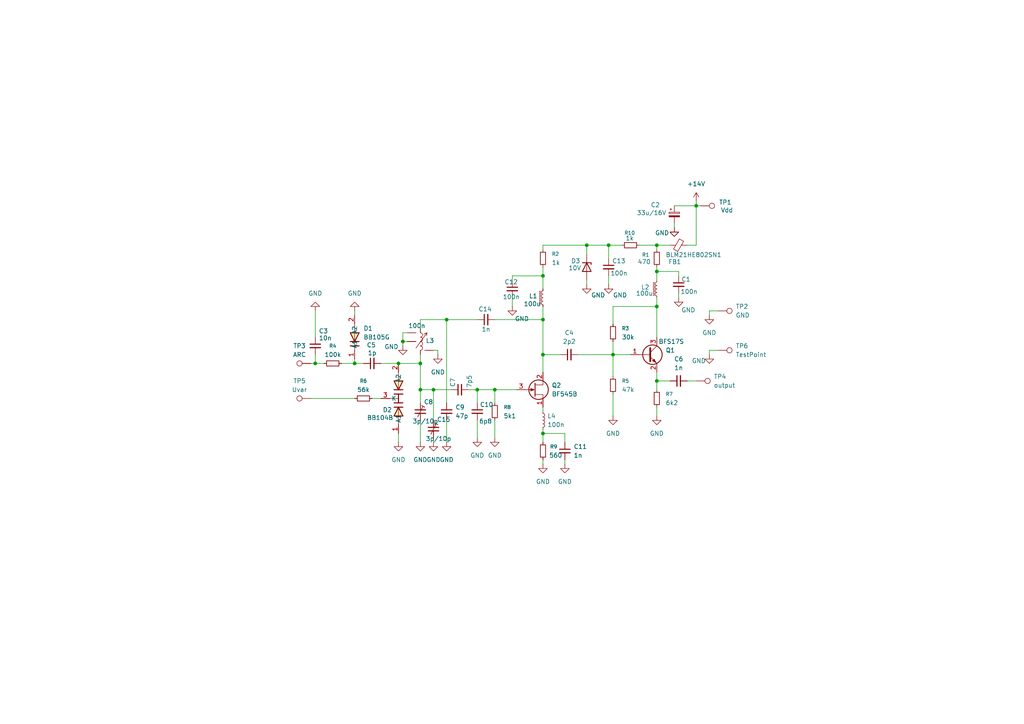
<source format=kicad_sch>
(kicad_sch
	(version 20250114)
	(generator "eeschema")
	(generator_version "9.0")
	(uuid "995d85a2-b687-4a2f-9a9e-c530d8d1734c")
	(paper "A4")
	(lib_symbols
		(symbol "Cewki:Cewka_trim_mosiężna"
			(pin_numbers
				(hide yes)
			)
			(pin_names
				(offset 1.016)
				(hide yes)
			)
			(exclude_from_sim no)
			(in_bom yes)
			(on_board yes)
			(property "Reference" "L"
				(at -1.905 0 90)
				(effects
					(font
						(size 1.27 1.27)
					)
				)
			)
			(property "Value" "Cewka_trim_mosiężna"
				(at 3.175 0 90)
				(effects
					(font
						(size 1.27 1.27)
					)
				)
			)
			(property "Footprint" ""
				(at 0 0 0)
				(effects
					(font
						(size 1.27 1.27)
					)
					(hide yes)
				)
			)
			(property "Datasheet" "~"
				(at 0 0 0)
				(effects
					(font
						(size 1.27 1.27)
					)
					(hide yes)
				)
			)
			(property "Description" "Variable inductor"
				(at 0 0 0)
				(effects
					(font
						(size 1.27 1.27)
					)
					(hide yes)
				)
			)
			(property "ki_keywords" "inductor choke coil reactor magnetic"
				(at 0 0 0)
				(effects
					(font
						(size 1.27 1.27)
					)
					(hide yes)
				)
			)
			(property "ki_fp_filters" "Inductor_* L_*"
				(at 0 0 0)
				(effects
					(font
						(size 1.27 1.27)
					)
					(hide yes)
				)
			)
			(symbol "Cewka_trim_mosiężna_0_1"
				(polyline
					(pts
						(xy -1.27 -1.905) (xy 1.905 2.54)
					)
					(stroke
						(width 0)
						(type default)
					)
					(fill
						(type none)
					)
				)
				(arc
					(start 0 2.54)
					(mid 0.6323 1.905)
					(end 0 1.27)
					(stroke
						(width 0)
						(type default)
					)
					(fill
						(type none)
					)
				)
				(arc
					(start 0 1.27)
					(mid 0.6323 0.635)
					(end 0 0)
					(stroke
						(width 0)
						(type default)
					)
					(fill
						(type none)
					)
				)
				(arc
					(start 0 0)
					(mid 0.6323 -0.635)
					(end 0 -1.27)
					(stroke
						(width 0)
						(type default)
					)
					(fill
						(type none)
					)
				)
				(arc
					(start 0 -1.27)
					(mid 0.6323 -1.905)
					(end 0 -2.54)
					(stroke
						(width 0)
						(type default)
					)
					(fill
						(type none)
					)
				)
				(polyline
					(pts
						(xy 1.905 2.54) (xy 1.016 2.159)
					)
					(stroke
						(width 0)
						(type default)
					)
					(fill
						(type none)
					)
				)
				(polyline
					(pts
						(xy 1.905 2.54) (xy 1.778 1.651)
					)
					(stroke
						(width 0)
						(type default)
					)
					(fill
						(type none)
					)
				)
			)
			(symbol "Cewka_trim_mosiężna_1_1"
				(pin free line
					(at -3.81 2.54 0)
					(length 2.54)
					(name "base"
						(effects
							(font
								(size 1.27 1.27)
							)
						)
					)
					(number "5"
						(effects
							(font
								(size 1.27 1.27)
							)
						)
					)
				)
				(pin free line
					(at -3.81 0 0)
					(length 2.54)
					(name "base"
						(effects
							(font
								(size 1.27 1.27)
							)
						)
					)
					(number "6"
						(effects
							(font
								(size 1.27 1.27)
							)
						)
					)
				)
				(pin passive line
					(at 0 3.81 270)
					(length 1.27)
					(name "1"
						(effects
							(font
								(size 1.27 1.27)
							)
						)
					)
					(number "1"
						(effects
							(font
								(size 1.27 1.27)
							)
						)
					)
				)
				(pin passive line
					(at 0 -3.81 90)
					(length 1.27)
					(name "2"
						(effects
							(font
								(size 1.27 1.27)
							)
						)
					)
					(number "2"
						(effects
							(font
								(size 1.27 1.27)
							)
						)
					)
				)
				(pin free line
					(at 3.81 -2.54 180)
					(length 2.54)
					(name "base"
						(effects
							(font
								(size 1.27 1.27)
							)
						)
					)
					(number "4"
						(effects
							(font
								(size 1.27 1.27)
							)
						)
					)
				)
			)
			(embedded_fonts no)
		)
		(symbol "Connector:TestPoint"
			(pin_numbers
				(hide yes)
			)
			(pin_names
				(offset 0.762)
				(hide yes)
			)
			(exclude_from_sim no)
			(in_bom yes)
			(on_board yes)
			(property "Reference" "TP"
				(at 0 6.858 0)
				(effects
					(font
						(size 1.27 1.27)
					)
				)
			)
			(property "Value" "TestPoint"
				(at 0 5.08 0)
				(effects
					(font
						(size 1.27 1.27)
					)
				)
			)
			(property "Footprint" ""
				(at 5.08 0 0)
				(effects
					(font
						(size 1.27 1.27)
					)
					(hide yes)
				)
			)
			(property "Datasheet" "~"
				(at 5.08 0 0)
				(effects
					(font
						(size 1.27 1.27)
					)
					(hide yes)
				)
			)
			(property "Description" "test point"
				(at 0 0 0)
				(effects
					(font
						(size 1.27 1.27)
					)
					(hide yes)
				)
			)
			(property "ki_keywords" "test point tp"
				(at 0 0 0)
				(effects
					(font
						(size 1.27 1.27)
					)
					(hide yes)
				)
			)
			(property "ki_fp_filters" "Pin* Test*"
				(at 0 0 0)
				(effects
					(font
						(size 1.27 1.27)
					)
					(hide yes)
				)
			)
			(symbol "TestPoint_0_1"
				(circle
					(center 0 3.302)
					(radius 0.762)
					(stroke
						(width 0)
						(type default)
					)
					(fill
						(type none)
					)
				)
			)
			(symbol "TestPoint_1_1"
				(pin passive line
					(at 0 0 90)
					(length 2.54)
					(name "1"
						(effects
							(font
								(size 1.27 1.27)
							)
						)
					)
					(number "1"
						(effects
							(font
								(size 1.27 1.27)
							)
						)
					)
				)
			)
			(embedded_fonts no)
		)
		(symbol "Device:C_Polarized_Small"
			(pin_numbers
				(hide yes)
			)
			(pin_names
				(offset 0.254)
				(hide yes)
			)
			(exclude_from_sim no)
			(in_bom yes)
			(on_board yes)
			(property "Reference" "C"
				(at 0.254 1.778 0)
				(effects
					(font
						(size 1.27 1.27)
					)
					(justify left)
				)
			)
			(property "Value" "C_Polarized_Small"
				(at 0.254 -2.032 0)
				(effects
					(font
						(size 1.27 1.27)
					)
					(justify left)
				)
			)
			(property "Footprint" ""
				(at 0 0 0)
				(effects
					(font
						(size 1.27 1.27)
					)
					(hide yes)
				)
			)
			(property "Datasheet" "~"
				(at 0 0 0)
				(effects
					(font
						(size 1.27 1.27)
					)
					(hide yes)
				)
			)
			(property "Description" "Polarized capacitor, small symbol"
				(at 0 0 0)
				(effects
					(font
						(size 1.27 1.27)
					)
					(hide yes)
				)
			)
			(property "ki_keywords" "cap capacitor"
				(at 0 0 0)
				(effects
					(font
						(size 1.27 1.27)
					)
					(hide yes)
				)
			)
			(property "ki_fp_filters" "CP_*"
				(at 0 0 0)
				(effects
					(font
						(size 1.27 1.27)
					)
					(hide yes)
				)
			)
			(symbol "C_Polarized_Small_0_1"
				(rectangle
					(start -1.524 0.6858)
					(end 1.524 0.3048)
					(stroke
						(width 0)
						(type default)
					)
					(fill
						(type none)
					)
				)
				(rectangle
					(start -1.524 -0.3048)
					(end 1.524 -0.6858)
					(stroke
						(width 0)
						(type default)
					)
					(fill
						(type outline)
					)
				)
				(polyline
					(pts
						(xy -1.27 1.524) (xy -0.762 1.524)
					)
					(stroke
						(width 0)
						(type default)
					)
					(fill
						(type none)
					)
				)
				(polyline
					(pts
						(xy -1.016 1.27) (xy -1.016 1.778)
					)
					(stroke
						(width 0)
						(type default)
					)
					(fill
						(type none)
					)
				)
			)
			(symbol "C_Polarized_Small_1_1"
				(pin passive line
					(at 0 2.54 270)
					(length 1.8542)
					(name "~"
						(effects
							(font
								(size 1.27 1.27)
							)
						)
					)
					(number "1"
						(effects
							(font
								(size 1.27 1.27)
							)
						)
					)
				)
				(pin passive line
					(at 0 -2.54 90)
					(length 1.8542)
					(name "~"
						(effects
							(font
								(size 1.27 1.27)
							)
						)
					)
					(number "2"
						(effects
							(font
								(size 1.27 1.27)
							)
						)
					)
				)
			)
			(embedded_fonts no)
		)
		(symbol "Device:C_Small"
			(pin_numbers
				(hide yes)
			)
			(pin_names
				(offset 0.254)
				(hide yes)
			)
			(exclude_from_sim no)
			(in_bom yes)
			(on_board yes)
			(property "Reference" "C"
				(at 0.254 1.778 0)
				(effects
					(font
						(size 1.27 1.27)
					)
					(justify left)
				)
			)
			(property "Value" "C_Small"
				(at 0.254 -2.032 0)
				(effects
					(font
						(size 1.27 1.27)
					)
					(justify left)
				)
			)
			(property "Footprint" ""
				(at 0 0 0)
				(effects
					(font
						(size 1.27 1.27)
					)
					(hide yes)
				)
			)
			(property "Datasheet" "~"
				(at 0 0 0)
				(effects
					(font
						(size 1.27 1.27)
					)
					(hide yes)
				)
			)
			(property "Description" "Unpolarized capacitor, small symbol"
				(at 0 0 0)
				(effects
					(font
						(size 1.27 1.27)
					)
					(hide yes)
				)
			)
			(property "ki_keywords" "capacitor cap"
				(at 0 0 0)
				(effects
					(font
						(size 1.27 1.27)
					)
					(hide yes)
				)
			)
			(property "ki_fp_filters" "C_*"
				(at 0 0 0)
				(effects
					(font
						(size 1.27 1.27)
					)
					(hide yes)
				)
			)
			(symbol "C_Small_0_1"
				(polyline
					(pts
						(xy -1.524 0.508) (xy 1.524 0.508)
					)
					(stroke
						(width 0.3048)
						(type default)
					)
					(fill
						(type none)
					)
				)
				(polyline
					(pts
						(xy -1.524 -0.508) (xy 1.524 -0.508)
					)
					(stroke
						(width 0.3302)
						(type default)
					)
					(fill
						(type none)
					)
				)
			)
			(symbol "C_Small_1_1"
				(pin passive line
					(at 0 2.54 270)
					(length 2.032)
					(name "~"
						(effects
							(font
								(size 1.27 1.27)
							)
						)
					)
					(number "1"
						(effects
							(font
								(size 1.27 1.27)
							)
						)
					)
				)
				(pin passive line
					(at 0 -2.54 90)
					(length 2.032)
					(name "~"
						(effects
							(font
								(size 1.27 1.27)
							)
						)
					)
					(number "2"
						(effects
							(font
								(size 1.27 1.27)
							)
						)
					)
				)
			)
			(embedded_fonts no)
		)
		(symbol "Device:C_Trim_Small"
			(pin_numbers
				(hide yes)
			)
			(pin_names
				(offset 0.254)
				(hide yes)
			)
			(exclude_from_sim no)
			(in_bom yes)
			(on_board yes)
			(property "Reference" "C"
				(at 1.524 -2.032 0)
				(effects
					(font
						(size 1.27 1.27)
					)
				)
			)
			(property "Value" "C_Trim_Small"
				(at 3.048 -3.556 0)
				(effects
					(font
						(size 1.27 1.27)
					)
				)
			)
			(property "Footprint" ""
				(at 0 0 0)
				(effects
					(font
						(size 1.27 1.27)
					)
					(hide yes)
				)
			)
			(property "Datasheet" "~"
				(at 0 0 0)
				(effects
					(font
						(size 1.27 1.27)
					)
					(hide yes)
				)
			)
			(property "Description" "Trimmable capacitor, small symbol"
				(at 0 0 0)
				(effects
					(font
						(size 1.27 1.27)
					)
					(hide yes)
				)
			)
			(property "ki_keywords" "trimmer variable capacitor"
				(at 0 0 0)
				(effects
					(font
						(size 1.27 1.27)
					)
					(hide yes)
				)
			)
			(property "ki_fp_filters" "C_*"
				(at 0 0 0)
				(effects
					(font
						(size 1.27 1.27)
					)
					(hide yes)
				)
			)
			(symbol "C_Trim_Small_0_1"
				(polyline
					(pts
						(xy -1.524 0.508) (xy 1.524 0.508)
					)
					(stroke
						(width 0.3048)
						(type default)
					)
					(fill
						(type none)
					)
				)
				(polyline
					(pts
						(xy -1.524 -0.508) (xy 1.524 -0.508)
					)
					(stroke
						(width 0.3048)
						(type default)
					)
					(fill
						(type none)
					)
				)
				(polyline
					(pts
						(xy 0.762 1.524) (xy -0.762 -1.524)
					)
					(stroke
						(width 0.1778)
						(type default)
					)
					(fill
						(type none)
					)
				)
				(polyline
					(pts
						(xy 1.27 1.27) (xy 0.381 1.778)
					)
					(stroke
						(width 0.1778)
						(type default)
					)
					(fill
						(type none)
					)
				)
			)
			(symbol "C_Trim_Small_1_1"
				(pin passive line
					(at 0 2.54 270)
					(length 2.032)
					(name "~"
						(effects
							(font
								(size 1.27 1.27)
							)
						)
					)
					(number "1"
						(effects
							(font
								(size 1.27 1.27)
							)
						)
					)
				)
				(pin passive line
					(at 0 -2.54 90)
					(length 2.032)
					(name "~"
						(effects
							(font
								(size 1.27 1.27)
							)
						)
					)
					(number "2"
						(effects
							(font
								(size 1.27 1.27)
							)
						)
					)
				)
			)
			(embedded_fonts no)
		)
		(symbol "Device:D_Zener"
			(pin_numbers
				(hide yes)
			)
			(pin_names
				(offset 1.016)
				(hide yes)
			)
			(exclude_from_sim no)
			(in_bom yes)
			(on_board yes)
			(property "Reference" "D"
				(at 0 2.54 0)
				(effects
					(font
						(size 1.27 1.27)
					)
				)
			)
			(property "Value" "D_Zener"
				(at 0 -2.54 0)
				(effects
					(font
						(size 1.27 1.27)
					)
				)
			)
			(property "Footprint" ""
				(at 0 0 0)
				(effects
					(font
						(size 1.27 1.27)
					)
					(hide yes)
				)
			)
			(property "Datasheet" "~"
				(at 0 0 0)
				(effects
					(font
						(size 1.27 1.27)
					)
					(hide yes)
				)
			)
			(property "Description" "Zener diode"
				(at 0 0 0)
				(effects
					(font
						(size 1.27 1.27)
					)
					(hide yes)
				)
			)
			(property "ki_keywords" "diode"
				(at 0 0 0)
				(effects
					(font
						(size 1.27 1.27)
					)
					(hide yes)
				)
			)
			(property "ki_fp_filters" "TO-???* *_Diode_* *SingleDiode* D_*"
				(at 0 0 0)
				(effects
					(font
						(size 1.27 1.27)
					)
					(hide yes)
				)
			)
			(symbol "D_Zener_0_1"
				(polyline
					(pts
						(xy -1.27 -1.27) (xy -1.27 1.27) (xy -0.762 1.27)
					)
					(stroke
						(width 0.254)
						(type default)
					)
					(fill
						(type none)
					)
				)
				(polyline
					(pts
						(xy 1.27 0) (xy -1.27 0)
					)
					(stroke
						(width 0)
						(type default)
					)
					(fill
						(type none)
					)
				)
				(polyline
					(pts
						(xy 1.27 -1.27) (xy 1.27 1.27) (xy -1.27 0) (xy 1.27 -1.27)
					)
					(stroke
						(width 0.254)
						(type default)
					)
					(fill
						(type none)
					)
				)
			)
			(symbol "D_Zener_1_1"
				(pin passive line
					(at -3.81 0 0)
					(length 2.54)
					(name "K"
						(effects
							(font
								(size 1.27 1.27)
							)
						)
					)
					(number "1"
						(effects
							(font
								(size 1.27 1.27)
							)
						)
					)
				)
				(pin passive line
					(at 3.81 0 180)
					(length 2.54)
					(name "A"
						(effects
							(font
								(size 1.27 1.27)
							)
						)
					)
					(number "2"
						(effects
							(font
								(size 1.27 1.27)
							)
						)
					)
				)
			)
			(embedded_fonts no)
		)
		(symbol "Device:FerriteBead_Small"
			(pin_numbers
				(hide yes)
			)
			(pin_names
				(offset 0)
			)
			(exclude_from_sim no)
			(in_bom yes)
			(on_board yes)
			(property "Reference" "FB"
				(at 1.905 1.27 0)
				(effects
					(font
						(size 1.27 1.27)
					)
					(justify left)
				)
			)
			(property "Value" "FerriteBead_Small"
				(at 1.905 -1.27 0)
				(effects
					(font
						(size 1.27 1.27)
					)
					(justify left)
				)
			)
			(property "Footprint" ""
				(at -1.778 0 90)
				(effects
					(font
						(size 1.27 1.27)
					)
					(hide yes)
				)
			)
			(property "Datasheet" "~"
				(at 0 0 0)
				(effects
					(font
						(size 1.27 1.27)
					)
					(hide yes)
				)
			)
			(property "Description" "Ferrite bead, small symbol"
				(at 0 0 0)
				(effects
					(font
						(size 1.27 1.27)
					)
					(hide yes)
				)
			)
			(property "ki_keywords" "L ferrite bead inductor filter"
				(at 0 0 0)
				(effects
					(font
						(size 1.27 1.27)
					)
					(hide yes)
				)
			)
			(property "ki_fp_filters" "Inductor_* L_* *Ferrite*"
				(at 0 0 0)
				(effects
					(font
						(size 1.27 1.27)
					)
					(hide yes)
				)
			)
			(symbol "FerriteBead_Small_0_1"
				(polyline
					(pts
						(xy -1.8288 0.2794) (xy -1.1176 1.4986) (xy 1.8288 -0.2032) (xy 1.1176 -1.4224) (xy -1.8288 0.2794)
					)
					(stroke
						(width 0)
						(type default)
					)
					(fill
						(type none)
					)
				)
				(polyline
					(pts
						(xy 0 0.889) (xy 0 1.2954)
					)
					(stroke
						(width 0)
						(type default)
					)
					(fill
						(type none)
					)
				)
				(polyline
					(pts
						(xy 0 -1.27) (xy 0 -0.7874)
					)
					(stroke
						(width 0)
						(type default)
					)
					(fill
						(type none)
					)
				)
			)
			(symbol "FerriteBead_Small_1_1"
				(pin passive line
					(at 0 2.54 270)
					(length 1.27)
					(name "~"
						(effects
							(font
								(size 1.27 1.27)
							)
						)
					)
					(number "1"
						(effects
							(font
								(size 1.27 1.27)
							)
						)
					)
				)
				(pin passive line
					(at 0 -2.54 90)
					(length 1.27)
					(name "~"
						(effects
							(font
								(size 1.27 1.27)
							)
						)
					)
					(number "2"
						(effects
							(font
								(size 1.27 1.27)
							)
						)
					)
				)
			)
			(embedded_fonts no)
		)
		(symbol "Device:L_Ferrite_Small"
			(pin_numbers
				(hide yes)
			)
			(pin_names
				(offset 0.254)
				(hide yes)
			)
			(exclude_from_sim no)
			(in_bom yes)
			(on_board yes)
			(property "Reference" "L"
				(at 1.27 1.016 0)
				(effects
					(font
						(size 1.27 1.27)
					)
					(justify left)
				)
			)
			(property "Value" "L_Ferrite_Small"
				(at 1.27 -1.27 0)
				(effects
					(font
						(size 1.27 1.27)
					)
					(justify left)
				)
			)
			(property "Footprint" ""
				(at 0 0 0)
				(effects
					(font
						(size 1.27 1.27)
					)
					(hide yes)
				)
			)
			(property "Datasheet" "~"
				(at 0 0 0)
				(effects
					(font
						(size 1.27 1.27)
					)
					(hide yes)
				)
			)
			(property "Description" "Inductor with ferrite core, small symbol"
				(at 0 0 0)
				(effects
					(font
						(size 1.27 1.27)
					)
					(hide yes)
				)
			)
			(property "ki_keywords" "inductor choke coil reactor magnetic"
				(at 0 0 0)
				(effects
					(font
						(size 1.27 1.27)
					)
					(hide yes)
				)
			)
			(property "ki_fp_filters" "Choke_* *Coil* Inductor_* L_*"
				(at 0 0 0)
				(effects
					(font
						(size 1.27 1.27)
					)
					(hide yes)
				)
			)
			(symbol "L_Ferrite_Small_0_1"
				(arc
					(start 0 2.032)
					(mid 0.5058 1.524)
					(end 0 1.016)
					(stroke
						(width 0)
						(type default)
					)
					(fill
						(type none)
					)
				)
				(arc
					(start 0 1.016)
					(mid 0.5058 0.508)
					(end 0 0)
					(stroke
						(width 0)
						(type default)
					)
					(fill
						(type none)
					)
				)
				(arc
					(start 0 0)
					(mid 0.5058 -0.508)
					(end 0 -1.016)
					(stroke
						(width 0)
						(type default)
					)
					(fill
						(type none)
					)
				)
				(arc
					(start 0 -1.016)
					(mid 0.5058 -1.524)
					(end 0 -2.032)
					(stroke
						(width 0)
						(type default)
					)
					(fill
						(type none)
					)
				)
				(polyline
					(pts
						(xy 0.762 1.651) (xy 0.762 1.905)
					)
					(stroke
						(width 0)
						(type default)
					)
					(fill
						(type none)
					)
				)
				(polyline
					(pts
						(xy 0.762 1.143) (xy 0.762 1.397)
					)
					(stroke
						(width 0)
						(type default)
					)
					(fill
						(type none)
					)
				)
				(polyline
					(pts
						(xy 0.762 0.635) (xy 0.762 0.889)
					)
					(stroke
						(width 0)
						(type default)
					)
					(fill
						(type none)
					)
				)
				(polyline
					(pts
						(xy 0.762 0.127) (xy 0.762 0.381)
					)
					(stroke
						(width 0)
						(type default)
					)
					(fill
						(type none)
					)
				)
				(polyline
					(pts
						(xy 0.762 -0.381) (xy 0.762 -0.127)
					)
					(stroke
						(width 0)
						(type default)
					)
					(fill
						(type none)
					)
				)
				(polyline
					(pts
						(xy 0.762 -0.889) (xy 0.762 -0.635)
					)
					(stroke
						(width 0)
						(type default)
					)
					(fill
						(type none)
					)
				)
				(polyline
					(pts
						(xy 0.762 -1.397) (xy 0.762 -1.143)
					)
					(stroke
						(width 0)
						(type default)
					)
					(fill
						(type none)
					)
				)
				(polyline
					(pts
						(xy 0.762 -1.905) (xy 0.762 -1.651)
					)
					(stroke
						(width 0)
						(type default)
					)
					(fill
						(type none)
					)
				)
				(polyline
					(pts
						(xy 1.016 1.905) (xy 1.016 1.651)
					)
					(stroke
						(width 0)
						(type default)
					)
					(fill
						(type none)
					)
				)
				(polyline
					(pts
						(xy 1.016 1.397) (xy 1.016 1.143)
					)
					(stroke
						(width 0)
						(type default)
					)
					(fill
						(type none)
					)
				)
				(polyline
					(pts
						(xy 1.016 0.889) (xy 1.016 0.635)
					)
					(stroke
						(width 0)
						(type default)
					)
					(fill
						(type none)
					)
				)
				(polyline
					(pts
						(xy 1.016 0.381) (xy 1.016 0.127)
					)
					(stroke
						(width 0)
						(type default)
					)
					(fill
						(type none)
					)
				)
				(polyline
					(pts
						(xy 1.016 -0.127) (xy 1.016 -0.381)
					)
					(stroke
						(width 0)
						(type default)
					)
					(fill
						(type none)
					)
				)
				(polyline
					(pts
						(xy 1.016 -0.635) (xy 1.016 -0.889)
					)
					(stroke
						(width 0)
						(type default)
					)
					(fill
						(type none)
					)
				)
				(polyline
					(pts
						(xy 1.016 -1.143) (xy 1.016 -1.397)
					)
					(stroke
						(width 0)
						(type default)
					)
					(fill
						(type none)
					)
				)
				(polyline
					(pts
						(xy 1.016 -1.651) (xy 1.016 -1.905)
					)
					(stroke
						(width 0)
						(type default)
					)
					(fill
						(type none)
					)
				)
			)
			(symbol "L_Ferrite_Small_1_1"
				(pin passive line
					(at 0 2.54 270)
					(length 0.508)
					(name "~"
						(effects
							(font
								(size 1.27 1.27)
							)
						)
					)
					(number "1"
						(effects
							(font
								(size 1.27 1.27)
							)
						)
					)
				)
				(pin passive line
					(at 0 -2.54 90)
					(length 0.508)
					(name "~"
						(effects
							(font
								(size 1.27 1.27)
							)
						)
					)
					(number "2"
						(effects
							(font
								(size 1.27 1.27)
							)
						)
					)
				)
			)
			(embedded_fonts no)
		)
		(symbol "Device:L_Small"
			(pin_numbers
				(hide yes)
			)
			(pin_names
				(offset 0.254)
				(hide yes)
			)
			(exclude_from_sim no)
			(in_bom yes)
			(on_board yes)
			(property "Reference" "L"
				(at 0.762 1.016 0)
				(effects
					(font
						(size 1.27 1.27)
					)
					(justify left)
				)
			)
			(property "Value" "L_Small"
				(at 0.762 -1.016 0)
				(effects
					(font
						(size 1.27 1.27)
					)
					(justify left)
				)
			)
			(property "Footprint" ""
				(at 0 0 0)
				(effects
					(font
						(size 1.27 1.27)
					)
					(hide yes)
				)
			)
			(property "Datasheet" "~"
				(at 0 0 0)
				(effects
					(font
						(size 1.27 1.27)
					)
					(hide yes)
				)
			)
			(property "Description" "Inductor, small symbol"
				(at 0 0 0)
				(effects
					(font
						(size 1.27 1.27)
					)
					(hide yes)
				)
			)
			(property "ki_keywords" "inductor choke coil reactor magnetic"
				(at 0 0 0)
				(effects
					(font
						(size 1.27 1.27)
					)
					(hide yes)
				)
			)
			(property "ki_fp_filters" "Choke_* *Coil* Inductor_* L_*"
				(at 0 0 0)
				(effects
					(font
						(size 1.27 1.27)
					)
					(hide yes)
				)
			)
			(symbol "L_Small_0_1"
				(arc
					(start 0 2.032)
					(mid 0.5058 1.524)
					(end 0 1.016)
					(stroke
						(width 0)
						(type default)
					)
					(fill
						(type none)
					)
				)
				(arc
					(start 0 1.016)
					(mid 0.5058 0.508)
					(end 0 0)
					(stroke
						(width 0)
						(type default)
					)
					(fill
						(type none)
					)
				)
				(arc
					(start 0 0)
					(mid 0.5058 -0.508)
					(end 0 -1.016)
					(stroke
						(width 0)
						(type default)
					)
					(fill
						(type none)
					)
				)
				(arc
					(start 0 -1.016)
					(mid 0.5058 -1.524)
					(end 0 -2.032)
					(stroke
						(width 0)
						(type default)
					)
					(fill
						(type none)
					)
				)
			)
			(symbol "L_Small_1_1"
				(pin passive line
					(at 0 2.54 270)
					(length 0.508)
					(name "~"
						(effects
							(font
								(size 1.27 1.27)
							)
						)
					)
					(number "1"
						(effects
							(font
								(size 1.27 1.27)
							)
						)
					)
				)
				(pin passive line
					(at 0 -2.54 90)
					(length 0.508)
					(name "~"
						(effects
							(font
								(size 1.27 1.27)
							)
						)
					)
					(number "2"
						(effects
							(font
								(size 1.27 1.27)
							)
						)
					)
				)
			)
			(embedded_fonts no)
		)
		(symbol "Device:R_Small"
			(pin_numbers
				(hide yes)
			)
			(pin_names
				(offset 0.254)
				(hide yes)
			)
			(exclude_from_sim no)
			(in_bom yes)
			(on_board yes)
			(property "Reference" "R"
				(at 0 0 90)
				(effects
					(font
						(size 1.016 1.016)
					)
				)
			)
			(property "Value" "R_Small"
				(at 1.778 0 90)
				(effects
					(font
						(size 1.27 1.27)
					)
				)
			)
			(property "Footprint" ""
				(at 0 0 0)
				(effects
					(font
						(size 1.27 1.27)
					)
					(hide yes)
				)
			)
			(property "Datasheet" "~"
				(at 0 0 0)
				(effects
					(font
						(size 1.27 1.27)
					)
					(hide yes)
				)
			)
			(property "Description" "Resistor, small symbol"
				(at 0 0 0)
				(effects
					(font
						(size 1.27 1.27)
					)
					(hide yes)
				)
			)
			(property "ki_keywords" "R resistor"
				(at 0 0 0)
				(effects
					(font
						(size 1.27 1.27)
					)
					(hide yes)
				)
			)
			(property "ki_fp_filters" "R_*"
				(at 0 0 0)
				(effects
					(font
						(size 1.27 1.27)
					)
					(hide yes)
				)
			)
			(symbol "R_Small_0_1"
				(rectangle
					(start -0.762 1.778)
					(end 0.762 -1.778)
					(stroke
						(width 0.2032)
						(type default)
					)
					(fill
						(type none)
					)
				)
			)
			(symbol "R_Small_1_1"
				(pin passive line
					(at 0 2.54 270)
					(length 0.762)
					(name "~"
						(effects
							(font
								(size 1.27 1.27)
							)
						)
					)
					(number "1"
						(effects
							(font
								(size 1.27 1.27)
							)
						)
					)
				)
				(pin passive line
					(at 0 -2.54 90)
					(length 0.762)
					(name "~"
						(effects
							(font
								(size 1.27 1.27)
							)
						)
					)
					(number "2"
						(effects
							(font
								(size 1.27 1.27)
							)
						)
					)
				)
			)
			(embedded_fonts no)
		)
		(symbol "Transistor_FET:BF545B"
			(pin_names
				(hide yes)
			)
			(exclude_from_sim no)
			(in_bom yes)
			(on_board yes)
			(property "Reference" "Q"
				(at 5.08 1.905 0)
				(effects
					(font
						(size 1.27 1.27)
					)
					(justify left)
				)
			)
			(property "Value" "BF545B"
				(at 5.08 0 0)
				(effects
					(font
						(size 1.27 1.27)
					)
					(justify left)
				)
			)
			(property "Footprint" "Package_TO_SOT_SMD:SOT-23"
				(at 5.08 -1.905 0)
				(effects
					(font
						(size 1.27 1.27)
						(italic yes)
					)
					(justify left)
					(hide yes)
				)
			)
			(property "Datasheet" "https://www.nxp.com/docs/en/data-sheet/BF545A_BF545B_BF545C.pdf"
				(at 5.08 -3.81 0)
				(effects
					(font
						(size 1.27 1.27)
					)
					(justify left)
					(hide yes)
				)
			)
			(property "Description" "15mA Idss, 30V Vgs, N-Channel JFET, SOT-23"
				(at 0 0 0)
				(effects
					(font
						(size 1.27 1.27)
					)
					(hide yes)
				)
			)
			(property "ki_keywords" "N-Channel FET Transistor Low Voltage"
				(at 0 0 0)
				(effects
					(font
						(size 1.27 1.27)
					)
					(hide yes)
				)
			)
			(property "ki_fp_filters" "SOT?23*"
				(at 0 0 0)
				(effects
					(font
						(size 1.27 1.27)
					)
					(hide yes)
				)
			)
			(symbol "BF545B_0_1"
				(polyline
					(pts
						(xy 0 0) (xy -1.016 0.381) (xy -1.016 -0.381) (xy 0 0)
					)
					(stroke
						(width 0)
						(type default)
					)
					(fill
						(type outline)
					)
				)
				(polyline
					(pts
						(xy 0.254 1.905) (xy 0.254 -1.905)
					)
					(stroke
						(width 0.254)
						(type default)
					)
					(fill
						(type none)
					)
				)
				(polyline
					(pts
						(xy 0.254 0) (xy -2.54 0)
					)
					(stroke
						(width 0)
						(type default)
					)
					(fill
						(type none)
					)
				)
				(circle
					(center 1.27 0)
					(radius 2.8194)
					(stroke
						(width 0.254)
						(type default)
					)
					(fill
						(type none)
					)
				)
				(polyline
					(pts
						(xy 2.54 2.54) (xy 2.54 1.397) (xy 0.254 1.397)
					)
					(stroke
						(width 0)
						(type default)
					)
					(fill
						(type none)
					)
				)
				(polyline
					(pts
						(xy 2.54 -2.54) (xy 2.54 -1.397) (xy 0.254 -1.397)
					)
					(stroke
						(width 0)
						(type default)
					)
					(fill
						(type none)
					)
				)
			)
			(symbol "BF545B_1_1"
				(pin input line
					(at -5.08 0 0)
					(length 2.54)
					(name "G"
						(effects
							(font
								(size 1.27 1.27)
							)
						)
					)
					(number "3"
						(effects
							(font
								(size 1.27 1.27)
							)
						)
					)
				)
				(pin passive line
					(at 2.54 5.08 270)
					(length 2.54)
					(name "D"
						(effects
							(font
								(size 1.27 1.27)
							)
						)
					)
					(number "2"
						(effects
							(font
								(size 1.27 1.27)
							)
						)
					)
				)
				(pin passive line
					(at 2.54 -5.08 90)
					(length 2.54)
					(name "S"
						(effects
							(font
								(size 1.27 1.27)
							)
						)
					)
					(number "1"
						(effects
							(font
								(size 1.27 1.27)
							)
						)
					)
				)
			)
			(embedded_fonts no)
		)
		(symbol "Tranzystor-BJT:BFS17S"
			(pin_names
				(offset 0)
				(hide yes)
			)
			(exclude_from_sim no)
			(in_bom yes)
			(on_board yes)
			(property "Reference" "Q1"
				(at 5.08 1.2701 0)
				(effects
					(font
						(size 1.27 1.27)
					)
					(justify left)
				)
			)
			(property "Value" "BFS17S"
				(at 3.048 3.81 0)
				(effects
					(font
						(size 1.27 1.27)
					)
					(justify left)
				)
			)
			(property "Footprint" "Package_TO_SOT_SMD:TSOT-23"
				(at 5.08 2.54 0)
				(effects
					(font
						(size 1.27 1.27)
					)
					(hide yes)
				)
			)
			(property "Datasheet" "~"
				(at 0 0 0)
				(effects
					(font
						(size 1.27 1.27)
					)
					(hide yes)
				)
			)
			(property "Description" "NPN transistor, emitter/base/collector"
				(at 0 0 0)
				(effects
					(font
						(size 1.27 1.27)
					)
					(hide yes)
				)
			)
			(property "ki_keywords" "BJT"
				(at 0 0 0)
				(effects
					(font
						(size 1.27 1.27)
					)
					(hide yes)
				)
			)
			(symbol "BFS17S_0_1"
				(polyline
					(pts
						(xy -2.54 0) (xy 0.635 0)
					)
					(stroke
						(width 0)
						(type default)
					)
					(fill
						(type none)
					)
				)
				(polyline
					(pts
						(xy 0.635 1.905) (xy 0.635 -1.905)
					)
					(stroke
						(width 0.508)
						(type default)
					)
					(fill
						(type none)
					)
				)
				(circle
					(center 1.27 0)
					(radius 2.8194)
					(stroke
						(width 0.254)
						(type default)
					)
					(fill
						(type none)
					)
				)
			)
			(symbol "BFS17S_1_1"
				(polyline
					(pts
						(xy 0.635 0.635) (xy 2.54 2.54)
					)
					(stroke
						(width 0)
						(type default)
					)
					(fill
						(type none)
					)
				)
				(polyline
					(pts
						(xy 0.635 -0.635) (xy 2.54 -2.54)
					)
					(stroke
						(width 0)
						(type default)
					)
					(fill
						(type none)
					)
				)
				(polyline
					(pts
						(xy 1.27 -1.778) (xy 1.778 -1.27) (xy 2.286 -2.286) (xy 1.27 -1.778)
					)
					(stroke
						(width 0)
						(type default)
					)
					(fill
						(type outline)
					)
				)
				(pin input line
					(at -5.08 0 0)
					(length 2.54)
					(name "B"
						(effects
							(font
								(size 1.27 1.27)
							)
						)
					)
					(number "1"
						(effects
							(font
								(size 1.27 1.27)
							)
						)
					)
				)
				(pin passive line
					(at 2.54 5.08 270)
					(length 2.54)
					(name "C"
						(effects
							(font
								(size 1.27 1.27)
							)
						)
					)
					(number "3"
						(effects
							(font
								(size 1.27 1.27)
							)
						)
					)
				)
				(pin passive line
					(at 2.54 -5.08 90)
					(length 2.54)
					(name "E"
						(effects
							(font
								(size 1.27 1.27)
							)
						)
					)
					(number "2"
						(effects
							(font
								(size 1.27 1.27)
							)
						)
					)
				)
			)
			(embedded_fonts no)
		)
		(symbol "power:+15V"
			(power)
			(pin_numbers
				(hide yes)
			)
			(pin_names
				(offset 0)
				(hide yes)
			)
			(exclude_from_sim no)
			(in_bom yes)
			(on_board yes)
			(property "Reference" "#PWR"
				(at 0 -3.81 0)
				(effects
					(font
						(size 1.27 1.27)
					)
					(hide yes)
				)
			)
			(property "Value" "+15V"
				(at 0 3.556 0)
				(effects
					(font
						(size 1.27 1.27)
					)
				)
			)
			(property "Footprint" ""
				(at 0 0 0)
				(effects
					(font
						(size 1.27 1.27)
					)
					(hide yes)
				)
			)
			(property "Datasheet" ""
				(at 0 0 0)
				(effects
					(font
						(size 1.27 1.27)
					)
					(hide yes)
				)
			)
			(property "Description" "Power symbol creates a global label with name \"+15V\""
				(at 0 0 0)
				(effects
					(font
						(size 1.27 1.27)
					)
					(hide yes)
				)
			)
			(property "ki_keywords" "global power"
				(at 0 0 0)
				(effects
					(font
						(size 1.27 1.27)
					)
					(hide yes)
				)
			)
			(symbol "+15V_0_1"
				(polyline
					(pts
						(xy -0.762 1.27) (xy 0 2.54)
					)
					(stroke
						(width 0)
						(type default)
					)
					(fill
						(type none)
					)
				)
				(polyline
					(pts
						(xy 0 2.54) (xy 0.762 1.27)
					)
					(stroke
						(width 0)
						(type default)
					)
					(fill
						(type none)
					)
				)
				(polyline
					(pts
						(xy 0 0) (xy 0 2.54)
					)
					(stroke
						(width 0)
						(type default)
					)
					(fill
						(type none)
					)
				)
			)
			(symbol "+15V_1_1"
				(pin power_in line
					(at 0 0 90)
					(length 0)
					(name "~"
						(effects
							(font
								(size 1.27 1.27)
							)
						)
					)
					(number "1"
						(effects
							(font
								(size 1.27 1.27)
							)
						)
					)
				)
			)
			(embedded_fonts no)
		)
		(symbol "power:GND"
			(power)
			(pin_numbers
				(hide yes)
			)
			(pin_names
				(offset 0)
				(hide yes)
			)
			(exclude_from_sim no)
			(in_bom yes)
			(on_board yes)
			(property "Reference" "#PWR"
				(at 0 -6.35 0)
				(effects
					(font
						(size 1.27 1.27)
					)
					(hide yes)
				)
			)
			(property "Value" "GND"
				(at 0 -3.81 0)
				(effects
					(font
						(size 1.27 1.27)
					)
				)
			)
			(property "Footprint" ""
				(at 0 0 0)
				(effects
					(font
						(size 1.27 1.27)
					)
					(hide yes)
				)
			)
			(property "Datasheet" ""
				(at 0 0 0)
				(effects
					(font
						(size 1.27 1.27)
					)
					(hide yes)
				)
			)
			(property "Description" "Power symbol creates a global label with name \"GND\" , ground"
				(at 0 0 0)
				(effects
					(font
						(size 1.27 1.27)
					)
					(hide yes)
				)
			)
			(property "ki_keywords" "global power"
				(at 0 0 0)
				(effects
					(font
						(size 1.27 1.27)
					)
					(hide yes)
				)
			)
			(symbol "GND_0_1"
				(polyline
					(pts
						(xy 0 0) (xy 0 -1.27) (xy 1.27 -1.27) (xy 0 -2.54) (xy -1.27 -1.27) (xy 0 -1.27)
					)
					(stroke
						(width 0)
						(type default)
					)
					(fill
						(type none)
					)
				)
			)
			(symbol "GND_1_1"
				(pin power_in line
					(at 0 0 270)
					(length 0)
					(name "~"
						(effects
							(font
								(size 1.27 1.27)
							)
						)
					)
					(number "1"
						(effects
							(font
								(size 1.27 1.27)
							)
						)
					)
				)
			)
			(embedded_fonts no)
		)
		(symbol "warikapy:BB104B"
			(exclude_from_sim no)
			(in_bom yes)
			(on_board yes)
			(property "Reference" "D"
				(at 0 1.524 0)
				(effects
					(font
						(size 1.27 1.27)
					)
				)
			)
			(property "Value" ""
				(at -5.08 0 0)
				(effects
					(font
						(size 1.27 1.27)
					)
				)
			)
			(property "Footprint" ""
				(at -5.08 0 0)
				(effects
					(font
						(size 1.27 1.27)
					)
					(hide yes)
				)
			)
			(property "Datasheet" ""
				(at -5.08 0 0)
				(effects
					(font
						(size 1.27 1.27)
					)
					(hide yes)
				)
			)
			(property "Description" ""
				(at -5.08 0 0)
				(effects
					(font
						(size 1.27 1.27)
					)
					(hide yes)
				)
			)
			(symbol "BB104B_0_1"
				(polyline
					(pts
						(xy -10.16 0) (xy -10.16 0)
					)
					(stroke
						(width 0)
						(type default)
					)
					(fill
						(type none)
					)
				)
				(polyline
					(pts
						(xy -7.62 0) (xy -2.54 0)
					)
					(stroke
						(width 0)
						(type default)
					)
					(fill
						(type none)
					)
				)
				(polyline
					(pts
						(xy -5.08 1.27) (xy -2.54 0)
					)
					(stroke
						(width 0.3)
						(type default)
					)
					(fill
						(type background)
					)
				)
				(polyline
					(pts
						(xy -5.08 1.27) (xy -5.08 -1.27) (xy -2.54 0)
					)
					(stroke
						(width 0.3)
						(type default)
					)
					(fill
						(type background)
					)
				)
				(polyline
					(pts
						(xy -2.54 1.27) (xy -2.54 -1.27)
					)
					(stroke
						(width 0.3)
						(type default)
					)
					(fill
						(type none)
					)
				)
				(polyline
					(pts
						(xy -1.27 1.27) (xy -1.27 -1.27)
					)
					(stroke
						(width 0.3)
						(type default)
					)
					(fill
						(type none)
					)
				)
				(polyline
					(pts
						(xy -1.27 0) (xy 1.27 0)
					)
					(stroke
						(width 0.3)
						(type default)
					)
					(fill
						(type none)
					)
				)
				(polyline
					(pts
						(xy 0 -2.54) (xy 0 0)
					)
					(stroke
						(width 0)
						(type default)
					)
					(fill
						(type none)
					)
				)
				(polyline
					(pts
						(xy 1.27 1.27) (xy 1.27 -1.27)
					)
					(stroke
						(width 0.3)
						(type default)
					)
					(fill
						(type none)
					)
				)
				(polyline
					(pts
						(xy 2.54 1.27) (xy 2.54 -1.27)
					)
					(stroke
						(width 0.3)
						(type default)
					)
					(fill
						(type none)
					)
				)
				(polyline
					(pts
						(xy 2.54 0) (xy 7.62 0)
					)
					(stroke
						(width 0)
						(type default)
					)
					(fill
						(type none)
					)
				)
			)
			(symbol "BB104B_1_1"
				(polyline
					(pts
						(xy 2.54 0) (xy 5.08 1.27) (xy 5.08 -1.27) (xy 2.54 0)
					)
					(stroke
						(width 0.3)
						(type default)
					)
					(fill
						(type background)
					)
				)
				(pin input line
					(at -10.16 0 0)
					(length 2.54)
					(name "A1"
						(effects
							(font
								(size 1.27 1.27)
							)
						)
					)
					(number "1"
						(effects
							(font
								(size 1.27 1.27)
							)
						)
					)
				)
				(pin input line
					(at 0 -5.08 90)
					(length 2.54)
					(name "K"
						(effects
							(font
								(size 1.27 1.27)
							)
						)
					)
					(number "3"
						(effects
							(font
								(size 1.27 1.27)
							)
						)
					)
				)
				(pin input line
					(at 10.16 0 180)
					(length 2.54)
					(name "A2"
						(effects
							(font
								(size 1.27 1.27)
							)
						)
					)
					(number "2"
						(effects
							(font
								(size 1.27 1.27)
							)
						)
					)
				)
			)
			(embedded_fonts no)
		)
		(symbol "warikapy:BB105G"
			(exclude_from_sim no)
			(in_bom yes)
			(on_board yes)
			(property "Reference" "D"
				(at -0.254 5.08 0)
				(effects
					(font
						(size 1.27 1.27)
					)
				)
			)
			(property "Value" ""
				(at -1.27 0 0)
				(effects
					(font
						(size 1.27 1.27)
					)
				)
			)
			(property "Footprint" ""
				(at -1.27 0 0)
				(effects
					(font
						(size 1.27 1.27)
					)
					(hide yes)
				)
			)
			(property "Datasheet" ""
				(at -1.27 0 0)
				(effects
					(font
						(size 1.27 1.27)
					)
					(hide yes)
				)
			)
			(property "Description" ""
				(at -1.27 0 0)
				(effects
					(font
						(size 1.27 1.27)
					)
					(hide yes)
				)
			)
			(symbol "BB105G_0_1"
				(polyline
					(pts
						(xy -6.35 0) (xy -6.35 0)
					)
					(stroke
						(width 0)
						(type default)
					)
					(fill
						(type none)
					)
				)
				(polyline
					(pts
						(xy -3.81 0) (xy 1.27 0)
					)
					(stroke
						(width 0)
						(type default)
					)
					(fill
						(type none)
					)
				)
				(polyline
					(pts
						(xy -1.27 1.27) (xy 1.27 0)
					)
					(stroke
						(width 0.3)
						(type default)
					)
					(fill
						(type background)
					)
				)
				(polyline
					(pts
						(xy -1.27 1.27) (xy -1.27 -1.27) (xy 1.27 0)
					)
					(stroke
						(width 0.3)
						(type default)
					)
					(fill
						(type background)
					)
				)
				(polyline
					(pts
						(xy 1.27 1.27) (xy 1.27 -1.27)
					)
					(stroke
						(width 0.3)
						(type default)
					)
					(fill
						(type none)
					)
				)
				(polyline
					(pts
						(xy 1.27 0) (xy 3.81 0)
					)
					(stroke
						(width 0)
						(type default)
					)
					(fill
						(type none)
					)
				)
				(polyline
					(pts
						(xy 2.54 1.27) (xy 2.54 -1.27)
					)
					(stroke
						(width 0.3)
						(type default)
					)
					(fill
						(type none)
					)
				)
			)
			(symbol "BB105G_1_1"
				(pin input line
					(at -6.35 0 0)
					(length 2.54)
					(name "A2"
						(effects
							(font
								(size 1.27 1.27)
							)
						)
					)
					(number "2"
						(effects
							(font
								(size 1.27 1.27)
							)
						)
					)
				)
				(pin input line
					(at 6.35 0 180)
					(length 2.54)
					(name "A1"
						(effects
							(font
								(size 1.27 1.27)
							)
						)
					)
					(number "1"
						(effects
							(font
								(size 1.27 1.27)
							)
						)
					)
				)
			)
			(embedded_fonts no)
		)
	)
	(junction
		(at 138.43 113.03)
		(diameter 0)
		(color 0 0 0 0)
		(uuid "05e575ad-954a-4fc3-9d9f-e1c9cf4fbb3e")
	)
	(junction
		(at 157.48 102.87)
		(diameter 0)
		(color 0 0 0 0)
		(uuid "068112bb-39e3-4298-8bec-34c453bb3d8d")
	)
	(junction
		(at 143.51 113.03)
		(diameter 0)
		(color 0 0 0 0)
		(uuid "089fdf49-21a2-4671-91fa-ce83a417eab7")
	)
	(junction
		(at 91.44 105.41)
		(diameter 0)
		(color 0 0 0 0)
		(uuid "0a8cf006-48d1-46a6-b509-d72fe4b8e8f9")
	)
	(junction
		(at 157.48 92.71)
		(diameter 0)
		(color 0 0 0 0)
		(uuid "124975cf-0262-4bd5-83fe-f0d5f3de9978")
	)
	(junction
		(at 170.18 71.12)
		(diameter 0)
		(color 0 0 0 0)
		(uuid "12bb26f2-1f50-44eb-bc2f-96511cb84537")
	)
	(junction
		(at 157.48 80.01)
		(diameter 0)
		(color 0 0 0 0)
		(uuid "24542c6b-2973-4004-8881-72c1cad7b4e0")
	)
	(junction
		(at 190.5 88.9)
		(diameter 0)
		(color 0 0 0 0)
		(uuid "38f1d914-5e99-4c87-9657-fc4fa425153b")
	)
	(junction
		(at 102.87 105.41)
		(diameter 0)
		(color 0 0 0 0)
		(uuid "4495eff9-4676-4f0a-8315-b3044f656d8b")
	)
	(junction
		(at 116.84 99.06)
		(diameter 0)
		(color 0 0 0 0)
		(uuid "548db279-28e6-4dca-9a56-bf51f335860e")
	)
	(junction
		(at 125.73 113.03)
		(diameter 0)
		(color 0 0 0 0)
		(uuid "5b0bbc1f-9f1e-4f5d-a6f9-fa3e1a3e7a7b")
	)
	(junction
		(at 177.8 102.87)
		(diameter 0)
		(color 0 0 0 0)
		(uuid "7b5d8e18-c546-4966-96bb-76e1642348ac")
	)
	(junction
		(at 157.48 125.73)
		(diameter 0)
		(color 0 0 0 0)
		(uuid "927a31db-45fe-4f1f-85d6-b7b3f7a7ca10")
	)
	(junction
		(at 201.93 59.69)
		(diameter 0)
		(color 0 0 0 0)
		(uuid "a1bd3bdd-0969-47d0-b584-e131519c9b33")
	)
	(junction
		(at 121.92 113.03)
		(diameter 0)
		(color 0 0 0 0)
		(uuid "aca1df4e-ded1-4544-943d-718574e9d7fe")
	)
	(junction
		(at 121.92 105.41)
		(diameter 0)
		(color 0 0 0 0)
		(uuid "b6fdfe6f-18b5-4ce7-b3eb-ef4679cfa243")
	)
	(junction
		(at 176.53 71.12)
		(diameter 0)
		(color 0 0 0 0)
		(uuid "b707c2b2-66b1-4ef2-a491-c462cdb4aa1c")
	)
	(junction
		(at 190.5 110.49)
		(diameter 0)
		(color 0 0 0 0)
		(uuid "d2221ed1-f81c-4de3-97c7-57d3c407e76c")
	)
	(junction
		(at 190.5 78.74)
		(diameter 0)
		(color 0 0 0 0)
		(uuid "d9010ce8-fa12-4949-b2d3-0b6ba244aae6")
	)
	(junction
		(at 129.54 92.71)
		(diameter 0)
		(color 0 0 0 0)
		(uuid "e520e426-de82-4f83-87fb-b7abff9559b3")
	)
	(junction
		(at 115.57 105.41)
		(diameter 0)
		(color 0 0 0 0)
		(uuid "eb9e625b-159c-47f0-aa7f-40e30612f1bb")
	)
	(junction
		(at 190.5 71.12)
		(diameter 0)
		(color 0 0 0 0)
		(uuid "ede707c7-4f32-4aac-87f9-7358ca368145")
	)
	(wire
		(pts
			(xy 177.8 102.87) (xy 177.8 109.22)
		)
		(stroke
			(width 0)
			(type default)
		)
		(uuid "0304c93c-07b7-4a03-a6d1-800665d26646")
	)
	(wire
		(pts
			(xy 190.5 77.47) (xy 190.5 78.74)
		)
		(stroke
			(width 0)
			(type default)
		)
		(uuid "03eb2740-d40c-49e1-b64b-1aa0ba50114a")
	)
	(wire
		(pts
			(xy 121.92 113.03) (xy 125.73 113.03)
		)
		(stroke
			(width 0)
			(type default)
		)
		(uuid "0784d7a4-5cbc-47cc-96af-c21d4473dc63")
	)
	(wire
		(pts
			(xy 170.18 81.28) (xy 170.18 82.55)
		)
		(stroke
			(width 0)
			(type default)
		)
		(uuid "0ded4b99-8358-4f40-932b-c3f732073408")
	)
	(wire
		(pts
			(xy 148.59 86.36) (xy 148.59 88.9)
		)
		(stroke
			(width 0)
			(type default)
		)
		(uuid "1127daa3-8ea2-41fd-8028-0e969575d0c6")
	)
	(wire
		(pts
			(xy 116.84 99.06) (xy 118.11 99.06)
		)
		(stroke
			(width 0)
			(type default)
		)
		(uuid "14a428a9-28c1-4251-8ddc-ad434c5cb93e")
	)
	(wire
		(pts
			(xy 157.48 88.9) (xy 157.48 92.71)
		)
		(stroke
			(width 0)
			(type default)
		)
		(uuid "15b4cca5-8acb-447a-9207-0fce2f149d00")
	)
	(wire
		(pts
			(xy 205.74 102.87) (xy 205.74 101.6)
		)
		(stroke
			(width 0)
			(type default)
		)
		(uuid "15d017a2-5106-496f-9fc2-2500c4ee3636")
	)
	(wire
		(pts
			(xy 176.53 71.12) (xy 180.34 71.12)
		)
		(stroke
			(width 0)
			(type default)
		)
		(uuid "1a2eb742-43c9-4a1f-932c-65e0350030c3")
	)
	(wire
		(pts
			(xy 125.73 113.03) (xy 130.81 113.03)
		)
		(stroke
			(width 0)
			(type default)
		)
		(uuid "1e668d6d-5f57-4e51-933b-01674f8f14c4")
	)
	(wire
		(pts
			(xy 116.84 99.06) (xy 116.84 100.33)
		)
		(stroke
			(width 0)
			(type default)
		)
		(uuid "1e787bd6-8236-4501-a614-9e2cb6da8627")
	)
	(wire
		(pts
			(xy 185.42 71.12) (xy 190.5 71.12)
		)
		(stroke
			(width 0)
			(type default)
		)
		(uuid "23d48655-58ac-44cf-860b-bafb3df62423")
	)
	(wire
		(pts
			(xy 115.57 105.41) (xy 121.92 105.41)
		)
		(stroke
			(width 0)
			(type default)
		)
		(uuid "2a16cabd-9e16-4ba7-90fd-264cd92f8957")
	)
	(wire
		(pts
			(xy 177.8 88.9) (xy 190.5 88.9)
		)
		(stroke
			(width 0)
			(type default)
		)
		(uuid "3265b1d3-9ac2-4bd2-b1ae-15f82580d7cd")
	)
	(wire
		(pts
			(xy 91.44 105.41) (xy 93.98 105.41)
		)
		(stroke
			(width 0)
			(type default)
		)
		(uuid "351df7e4-a7cc-4b74-8bf0-bd5d9b451647")
	)
	(wire
		(pts
			(xy 163.83 134.62) (xy 163.83 133.35)
		)
		(stroke
			(width 0)
			(type default)
		)
		(uuid "35878d56-767f-4d29-896d-653de3e0e1c7")
	)
	(wire
		(pts
			(xy 143.51 113.03) (xy 143.51 116.84)
		)
		(stroke
			(width 0)
			(type default)
		)
		(uuid "3709f670-5abc-4ca9-9cd8-0f7ea57a5b19")
	)
	(wire
		(pts
			(xy 143.51 92.71) (xy 157.48 92.71)
		)
		(stroke
			(width 0)
			(type default)
		)
		(uuid "37d38af4-0f65-4f0d-a7b4-2b278d82efbc")
	)
	(wire
		(pts
			(xy 102.87 105.41) (xy 105.41 105.41)
		)
		(stroke
			(width 0)
			(type default)
		)
		(uuid "39045818-14fe-4189-9fee-6509547a1a2f")
	)
	(wire
		(pts
			(xy 176.53 80.01) (xy 176.53 82.55)
		)
		(stroke
			(width 0)
			(type default)
		)
		(uuid "3a6b6a4d-ae24-426c-9ef6-f2db10243cad")
	)
	(wire
		(pts
			(xy 157.48 133.35) (xy 157.48 134.62)
		)
		(stroke
			(width 0)
			(type default)
		)
		(uuid "3c1c8e68-cd61-48de-a02d-8c4da53dbe3d")
	)
	(wire
		(pts
			(xy 196.85 78.74) (xy 190.5 78.74)
		)
		(stroke
			(width 0)
			(type default)
		)
		(uuid "430e919f-38f9-45c2-85e7-72ec30c940ee")
	)
	(wire
		(pts
			(xy 157.48 125.73) (xy 157.48 128.27)
		)
		(stroke
			(width 0)
			(type default)
		)
		(uuid "437f5246-fcb0-4200-90ef-cfaac1e11940")
	)
	(wire
		(pts
			(xy 157.48 92.71) (xy 157.48 102.87)
		)
		(stroke
			(width 0)
			(type default)
		)
		(uuid "446588b5-0e45-428f-9d1f-1a02f5fd64bc")
	)
	(wire
		(pts
			(xy 90.17 105.41) (xy 91.44 105.41)
		)
		(stroke
			(width 0)
			(type default)
		)
		(uuid "4758313c-685e-4b3a-a46a-82bb34a1392d")
	)
	(wire
		(pts
			(xy 102.87 90.17) (xy 102.87 91.44)
		)
		(stroke
			(width 0)
			(type default)
		)
		(uuid "4882951b-1d21-4295-8cab-b0e5710417c0")
	)
	(wire
		(pts
			(xy 190.5 110.49) (xy 194.31 110.49)
		)
		(stroke
			(width 0)
			(type default)
		)
		(uuid "489289c3-649b-4a24-b9bf-298f28db5d3d")
	)
	(wire
		(pts
			(xy 121.92 116.84) (xy 121.92 113.03)
		)
		(stroke
			(width 0)
			(type default)
		)
		(uuid "4897cfdc-1792-4ce1-8f66-a986020f46b5")
	)
	(wire
		(pts
			(xy 129.54 92.71) (xy 129.54 116.84)
		)
		(stroke
			(width 0)
			(type default)
		)
		(uuid "4a1e1993-da1f-489e-b39f-ff8bb2446c40")
	)
	(wire
		(pts
			(xy 190.5 110.49) (xy 190.5 113.03)
		)
		(stroke
			(width 0)
			(type default)
		)
		(uuid "50e93c7b-2498-4884-9ada-a596ecffc3f0")
	)
	(wire
		(pts
			(xy 148.59 81.28) (xy 148.59 80.01)
		)
		(stroke
			(width 0)
			(type default)
		)
		(uuid "55d31326-ceb1-4a8b-858a-648d8d448a7e")
	)
	(wire
		(pts
			(xy 102.87 104.14) (xy 102.87 105.41)
		)
		(stroke
			(width 0)
			(type default)
		)
		(uuid "566c1f04-acfa-422b-9403-0b6b878f787b")
	)
	(wire
		(pts
			(xy 138.43 113.03) (xy 143.51 113.03)
		)
		(stroke
			(width 0)
			(type default)
		)
		(uuid "56e071a4-6484-4427-a19e-ea352ccab4d4")
	)
	(wire
		(pts
			(xy 121.92 113.03) (xy 121.92 105.41)
		)
		(stroke
			(width 0)
			(type default)
		)
		(uuid "58702dc8-d091-4bd9-bf67-221817425bbb")
	)
	(wire
		(pts
			(xy 91.44 90.17) (xy 91.44 97.79)
		)
		(stroke
			(width 0)
			(type default)
		)
		(uuid "59163be1-c450-4f4a-832b-8b6c427b6648")
	)
	(wire
		(pts
			(xy 195.58 64.77) (xy 195.58 66.04)
		)
		(stroke
			(width 0)
			(type default)
		)
		(uuid "5ae80298-fb0d-46a4-bbbd-5805d0ad3e56")
	)
	(wire
		(pts
			(xy 176.53 71.12) (xy 176.53 74.93)
		)
		(stroke
			(width 0)
			(type default)
		)
		(uuid "5b2f8323-d5ba-4798-845c-76eea2605534")
	)
	(wire
		(pts
			(xy 190.5 71.12) (xy 194.31 71.12)
		)
		(stroke
			(width 0)
			(type default)
		)
		(uuid "5d584c81-4295-48fd-8092-4c31e81b1064")
	)
	(wire
		(pts
			(xy 143.51 113.03) (xy 149.86 113.03)
		)
		(stroke
			(width 0)
			(type default)
		)
		(uuid "602f4191-61b0-4e7b-a4c0-2547ea4dcb8d")
	)
	(wire
		(pts
			(xy 99.06 105.41) (xy 102.87 105.41)
		)
		(stroke
			(width 0)
			(type default)
		)
		(uuid "61f7b3e6-0aab-4f20-b0a2-95e2cad91168")
	)
	(wire
		(pts
			(xy 121.92 128.27) (xy 121.92 121.92)
		)
		(stroke
			(width 0)
			(type default)
		)
		(uuid "625ae73f-aeda-4c40-95ea-3e2391b9074c")
	)
	(wire
		(pts
			(xy 170.18 71.12) (xy 176.53 71.12)
		)
		(stroke
			(width 0)
			(type default)
		)
		(uuid "635c119c-8abc-45da-970a-338ba54dbfb7")
	)
	(wire
		(pts
			(xy 135.89 113.03) (xy 138.43 113.03)
		)
		(stroke
			(width 0)
			(type default)
		)
		(uuid "656f4a7e-8387-4b9b-8661-20e04042b259")
	)
	(wire
		(pts
			(xy 129.54 121.92) (xy 129.54 128.27)
		)
		(stroke
			(width 0)
			(type default)
		)
		(uuid "7284c51c-302f-4e93-9cf8-514a7bcddee3")
	)
	(wire
		(pts
			(xy 116.84 96.52) (xy 116.84 99.06)
		)
		(stroke
			(width 0)
			(type default)
		)
		(uuid "74d1c933-3c2e-4d8c-ab90-629cf8f9fc51")
	)
	(wire
		(pts
			(xy 127 101.6) (xy 125.73 101.6)
		)
		(stroke
			(width 0)
			(type default)
		)
		(uuid "7558858f-e611-416f-9395-d4c9eaab1cf7")
	)
	(wire
		(pts
			(xy 118.11 96.52) (xy 116.84 96.52)
		)
		(stroke
			(width 0)
			(type default)
		)
		(uuid "796656f1-7ae5-42af-b30f-6f0685e5b3ba")
	)
	(wire
		(pts
			(xy 157.48 71.12) (xy 170.18 71.12)
		)
		(stroke
			(width 0)
			(type default)
		)
		(uuid "7a797b58-8dd9-42f2-a69e-5d4d03903d3b")
	)
	(wire
		(pts
			(xy 157.48 102.87) (xy 157.48 107.95)
		)
		(stroke
			(width 0)
			(type default)
		)
		(uuid "7f67d878-6309-4214-95de-13216f663975")
	)
	(wire
		(pts
			(xy 129.54 92.71) (xy 138.43 92.71)
		)
		(stroke
			(width 0)
			(type default)
		)
		(uuid "8212a212-9b36-47fa-af54-34929dea19f7")
	)
	(wire
		(pts
			(xy 203.2 59.69) (xy 201.93 59.69)
		)
		(stroke
			(width 0)
			(type default)
		)
		(uuid "84896c6a-7206-4092-90dc-e00474937f8a")
	)
	(wire
		(pts
			(xy 190.5 78.74) (xy 190.5 81.28)
		)
		(stroke
			(width 0)
			(type default)
		)
		(uuid "84f40aed-9589-4ef4-adb0-98256d14e661")
	)
	(wire
		(pts
			(xy 196.85 85.09) (xy 196.85 86.36)
		)
		(stroke
			(width 0)
			(type default)
		)
		(uuid "84fe3db4-52f7-4b98-9972-dc9cb00a67ed")
	)
	(wire
		(pts
			(xy 199.39 110.49) (xy 201.93 110.49)
		)
		(stroke
			(width 0)
			(type default)
		)
		(uuid "853825fc-2cbb-496f-9a27-c89692b70c69")
	)
	(wire
		(pts
			(xy 190.5 107.95) (xy 190.5 110.49)
		)
		(stroke
			(width 0)
			(type default)
		)
		(uuid "8658fbce-eff8-411b-bf0e-a5b38a4d890b")
	)
	(wire
		(pts
			(xy 90.17 115.57) (xy 102.87 115.57)
		)
		(stroke
			(width 0)
			(type default)
		)
		(uuid "91323fd6-91b4-465d-ac3f-e83ad8929b9a")
	)
	(wire
		(pts
			(xy 138.43 113.03) (xy 138.43 116.84)
		)
		(stroke
			(width 0)
			(type default)
		)
		(uuid "92bfcc38-8f50-4b20-a8b5-3881f4e69d0a")
	)
	(wire
		(pts
			(xy 138.43 121.92) (xy 138.43 127)
		)
		(stroke
			(width 0)
			(type default)
		)
		(uuid "9376e84c-8499-464d-8bcb-0948f8f8c325")
	)
	(wire
		(pts
			(xy 121.92 95.25) (xy 121.92 92.71)
		)
		(stroke
			(width 0)
			(type default)
		)
		(uuid "95a5fc06-e7b9-4d98-819b-12b47f8755d1")
	)
	(wire
		(pts
			(xy 107.95 115.57) (xy 110.49 115.57)
		)
		(stroke
			(width 0)
			(type default)
		)
		(uuid "97db108b-0cf5-415e-b72e-93b729d38e56")
	)
	(wire
		(pts
			(xy 190.5 86.36) (xy 190.5 88.9)
		)
		(stroke
			(width 0)
			(type default)
		)
		(uuid "9cd29a7a-9bf4-47fc-8507-bbfa33e0be00")
	)
	(wire
		(pts
			(xy 148.59 80.01) (xy 157.48 80.01)
		)
		(stroke
			(width 0)
			(type default)
		)
		(uuid "9e6f9db4-7e0e-48e2-a5bc-c530a3694e36")
	)
	(wire
		(pts
			(xy 143.51 121.92) (xy 143.51 127)
		)
		(stroke
			(width 0)
			(type default)
		)
		(uuid "a064f85f-439b-4722-8e30-32eaff3d3d01")
	)
	(wire
		(pts
			(xy 205.74 90.17) (xy 208.28 90.17)
		)
		(stroke
			(width 0)
			(type default)
		)
		(uuid "a0e2d89a-ce11-47f9-82e7-3b194fc78765")
	)
	(wire
		(pts
			(xy 121.92 92.71) (xy 129.54 92.71)
		)
		(stroke
			(width 0)
			(type default)
		)
		(uuid "a590562c-981e-434d-b767-252afb6a85f7")
	)
	(wire
		(pts
			(xy 177.8 93.98) (xy 177.8 88.9)
		)
		(stroke
			(width 0)
			(type default)
		)
		(uuid "a7eeb021-8500-47c6-b43a-2b9bad1e8ff4")
	)
	(wire
		(pts
			(xy 177.8 102.87) (xy 182.88 102.87)
		)
		(stroke
			(width 0)
			(type default)
		)
		(uuid "a81e3b4f-498e-4a27-bc2e-eef81ad8d998")
	)
	(wire
		(pts
			(xy 110.49 105.41) (xy 115.57 105.41)
		)
		(stroke
			(width 0)
			(type default)
		)
		(uuid "a9c527a4-03fa-4250-bc57-c62918a32643")
	)
	(wire
		(pts
			(xy 190.5 97.79) (xy 190.5 88.9)
		)
		(stroke
			(width 0)
			(type default)
		)
		(uuid "b426074a-9656-4669-8489-26d9df092bca")
	)
	(wire
		(pts
			(xy 167.64 102.87) (xy 177.8 102.87)
		)
		(stroke
			(width 0)
			(type default)
		)
		(uuid "b62c36fe-5310-434d-bd54-7936f1e57fd1")
	)
	(wire
		(pts
			(xy 121.92 102.87) (xy 121.92 105.41)
		)
		(stroke
			(width 0)
			(type default)
		)
		(uuid "bde0c606-7426-465e-aa83-3f5eb92435b5")
	)
	(wire
		(pts
			(xy 201.93 71.12) (xy 201.93 59.69)
		)
		(stroke
			(width 0)
			(type default)
		)
		(uuid "bed429b4-0d8a-418b-be05-23e9f623afd1")
	)
	(wire
		(pts
			(xy 199.39 71.12) (xy 201.93 71.12)
		)
		(stroke
			(width 0)
			(type default)
		)
		(uuid "c75b5002-339d-4f39-aa06-ed7725b455c9")
	)
	(wire
		(pts
			(xy 196.85 78.74) (xy 196.85 80.01)
		)
		(stroke
			(width 0)
			(type default)
		)
		(uuid "c963497a-3f7e-4d3b-b99e-6bb154b64d18")
	)
	(wire
		(pts
			(xy 157.48 102.87) (xy 162.56 102.87)
		)
		(stroke
			(width 0)
			(type default)
		)
		(uuid "ccdb6bb5-c825-4eb6-84f4-833ccc8fd514")
	)
	(wire
		(pts
			(xy 125.73 127) (xy 125.73 128.27)
		)
		(stroke
			(width 0)
			(type default)
		)
		(uuid "cd48bbcd-5fa0-4219-994f-6c7c0172f6ae")
	)
	(wire
		(pts
			(xy 157.48 118.11) (xy 157.48 119.38)
		)
		(stroke
			(width 0)
			(type default)
		)
		(uuid "cd4a3626-826d-4b2d-93e4-4081fa3e06dc")
	)
	(wire
		(pts
			(xy 125.73 113.03) (xy 125.73 121.92)
		)
		(stroke
			(width 0)
			(type default)
		)
		(uuid "cd7a3e2c-081e-40bc-baeb-6ac0195f621f")
	)
	(wire
		(pts
			(xy 157.48 124.46) (xy 157.48 125.73)
		)
		(stroke
			(width 0)
			(type default)
		)
		(uuid "d0497bf7-8ecf-43d0-844c-e7c49a14f725")
	)
	(wire
		(pts
			(xy 127 102.87) (xy 127 101.6)
		)
		(stroke
			(width 0)
			(type default)
		)
		(uuid "d1ecfb06-cd28-42b5-bf25-38998a974a26")
	)
	(wire
		(pts
			(xy 157.48 125.73) (xy 163.83 125.73)
		)
		(stroke
			(width 0)
			(type default)
		)
		(uuid "d310a15e-6695-41d3-96f3-3e7342499cba")
	)
	(wire
		(pts
			(xy 190.5 71.12) (xy 190.5 72.39)
		)
		(stroke
			(width 0)
			(type default)
		)
		(uuid "d4d5dfe0-53a7-4cc4-a66a-fda8e6e2b14c")
	)
	(wire
		(pts
			(xy 163.83 125.73) (xy 163.83 128.27)
		)
		(stroke
			(width 0)
			(type default)
		)
		(uuid "d84ca6d9-97fd-4099-ba07-153a4a902378")
	)
	(wire
		(pts
			(xy 157.48 80.01) (xy 157.48 83.82)
		)
		(stroke
			(width 0)
			(type default)
		)
		(uuid "db03e709-ecc9-48fa-b40b-8f7d7ea5a0ed")
	)
	(wire
		(pts
			(xy 91.44 102.87) (xy 91.44 105.41)
		)
		(stroke
			(width 0)
			(type default)
		)
		(uuid "dc443e71-b31a-4836-ab41-7d76628651a5")
	)
	(wire
		(pts
			(xy 115.57 125.73) (xy 115.57 128.27)
		)
		(stroke
			(width 0)
			(type default)
		)
		(uuid "dde12c8b-e3d7-49b2-af4f-6bc93dde8bc1")
	)
	(wire
		(pts
			(xy 177.8 99.06) (xy 177.8 102.87)
		)
		(stroke
			(width 0)
			(type default)
		)
		(uuid "e1d4414c-6b82-4b3e-8bba-6a7f265b1723")
	)
	(wire
		(pts
			(xy 157.48 71.12) (xy 157.48 72.39)
		)
		(stroke
			(width 0)
			(type default)
		)
		(uuid "e1e2295b-21d7-42d2-be5d-8547c2aa2822")
	)
	(wire
		(pts
			(xy 177.8 114.3) (xy 177.8 120.65)
		)
		(stroke
			(width 0)
			(type default)
		)
		(uuid "e387153d-9316-47e5-b070-0dfa7dfa3721")
	)
	(wire
		(pts
			(xy 205.74 101.6) (xy 208.28 101.6)
		)
		(stroke
			(width 0)
			(type default)
		)
		(uuid "e4a8a273-ed2b-435a-8c30-cbb265828326")
	)
	(wire
		(pts
			(xy 195.58 59.69) (xy 201.93 59.69)
		)
		(stroke
			(width 0)
			(type default)
		)
		(uuid "e52ab907-67fa-45d9-be2d-bdecdab37dd6")
	)
	(wire
		(pts
			(xy 201.93 58.42) (xy 201.93 59.69)
		)
		(stroke
			(width 0)
			(type default)
		)
		(uuid "e91cf3d0-9409-4d2e-8672-e28188846850")
	)
	(wire
		(pts
			(xy 190.5 118.11) (xy 190.5 120.65)
		)
		(stroke
			(width 0)
			(type default)
		)
		(uuid "eb1e67ed-334d-43bd-85b8-127f07007e86")
	)
	(wire
		(pts
			(xy 205.74 91.44) (xy 205.74 90.17)
		)
		(stroke
			(width 0)
			(type default)
		)
		(uuid "f13cd6f4-586d-4738-9471-bd8dab850381")
	)
	(wire
		(pts
			(xy 157.48 77.47) (xy 157.48 80.01)
		)
		(stroke
			(width 0)
			(type default)
		)
		(uuid "f81aab17-67b8-4936-95e2-828456f18b02")
	)
	(wire
		(pts
			(xy 170.18 71.12) (xy 170.18 73.66)
		)
		(stroke
			(width 0)
			(type default)
		)
		(uuid "fa9b9899-468c-40a6-9128-b9ea8f6c26f0")
	)
	(symbol
		(lib_id "power:GND")
		(at 102.87 90.17 180)
		(unit 1)
		(exclude_from_sim no)
		(in_bom yes)
		(on_board yes)
		(dnp no)
		(fields_autoplaced yes)
		(uuid "027842e7-aca9-4d32-b3bb-f51a2222ce19")
		(property "Reference" "#PWR05"
			(at 102.87 83.82 0)
			(effects
				(font
					(size 1.27 1.27)
				)
				(hide yes)
			)
		)
		(property "Value" "GND"
			(at 102.87 85.09 0)
			(effects
				(font
					(size 1.27 1.27)
				)
			)
		)
		(property "Footprint" ""
			(at 102.87 90.17 0)
			(effects
				(font
					(size 1.27 1.27)
				)
				(hide yes)
			)
		)
		(property "Datasheet" ""
			(at 102.87 90.17 0)
			(effects
				(font
					(size 1.27 1.27)
				)
				(hide yes)
			)
		)
		(property "Description" "Power symbol creates a global label with name \"GND\" , ground"
			(at 102.87 90.17 0)
			(effects
				(font
					(size 1.27 1.27)
				)
				(hide yes)
			)
		)
		(pin "1"
			(uuid "155ff311-7200-4a1a-9bd3-caca83a325ea")
		)
		(instances
			(project "Heterodyna-eltra-t3015-2"
				(path "/995d85a2-b687-4a2f-9a9e-c530d8d1734c"
					(reference "#PWR05")
					(unit 1)
				)
			)
		)
	)
	(symbol
		(lib_id "Device:C_Small")
		(at 129.54 119.38 0)
		(unit 1)
		(exclude_from_sim no)
		(in_bom yes)
		(on_board yes)
		(dnp no)
		(fields_autoplaced yes)
		(uuid "191f8132-54ab-42f6-8e9c-3700ac966e0d")
		(property "Reference" "C9"
			(at 132.08 118.1162 0)
			(effects
				(font
					(size 1.27 1.27)
				)
				(justify left)
			)
		)
		(property "Value" "47p"
			(at 132.08 120.6562 0)
			(effects
				(font
					(size 1.27 1.27)
				)
				(justify left)
			)
		)
		(property "Footprint" "Capacitor_SMD:C_0805_2012Metric"
			(at 129.54 119.38 0)
			(effects
				(font
					(size 1.27 1.27)
				)
				(hide yes)
			)
		)
		(property "Datasheet" "~"
			(at 129.54 119.38 0)
			(effects
				(font
					(size 1.27 1.27)
				)
				(hide yes)
			)
		)
		(property "Description" "Unpolarized capacitor, small symbol"
			(at 129.54 119.38 0)
			(effects
				(font
					(size 1.27 1.27)
				)
				(hide yes)
			)
		)
		(pin "1"
			(uuid "e0d7aa66-659d-402f-acf1-b19dc5edff4b")
		)
		(pin "2"
			(uuid "9d1b4623-a2a9-44f7-b707-4ad9a539c85e")
		)
		(instances
			(project "Heterodyna-eltra-t3015-2"
				(path "/995d85a2-b687-4a2f-9a9e-c530d8d1734c"
					(reference "C9")
					(unit 1)
				)
			)
		)
	)
	(symbol
		(lib_id "power:GND")
		(at 205.74 102.87 0)
		(unit 1)
		(exclude_from_sim no)
		(in_bom yes)
		(on_board yes)
		(dnp no)
		(uuid "1cdcf22c-9622-4d05-859b-e5e8a0278fea")
		(property "Reference" "#PWR019"
			(at 205.74 109.22 0)
			(effects
				(font
					(size 1.27 1.27)
				)
				(hide yes)
			)
		)
		(property "Value" "GND"
			(at 202.692 104.648 0)
			(effects
				(font
					(size 1.27 1.27)
				)
			)
		)
		(property "Footprint" ""
			(at 205.74 102.87 0)
			(effects
				(font
					(size 1.27 1.27)
				)
				(hide yes)
			)
		)
		(property "Datasheet" ""
			(at 205.74 102.87 0)
			(effects
				(font
					(size 1.27 1.27)
				)
				(hide yes)
			)
		)
		(property "Description" "Power symbol creates a global label with name \"GND\" , ground"
			(at 205.74 102.87 0)
			(effects
				(font
					(size 1.27 1.27)
				)
				(hide yes)
			)
		)
		(pin "1"
			(uuid "05457a7b-3e4e-4f24-aa3e-093478eddc5b")
		)
		(instances
			(project "Heterodyna-eltra-t3015-2"
				(path "/995d85a2-b687-4a2f-9a9e-c530d8d1734c"
					(reference "#PWR019")
					(unit 1)
				)
			)
		)
	)
	(symbol
		(lib_id "power:GND")
		(at 176.53 82.55 0)
		(unit 1)
		(exclude_from_sim no)
		(in_bom yes)
		(on_board yes)
		(dnp no)
		(uuid "204c18e4-41d3-45cf-bc40-70479fef1b1c")
		(property "Reference" "#PWR021"
			(at 176.53 88.9 0)
			(effects
				(font
					(size 1.27 1.27)
				)
				(hide yes)
			)
		)
		(property "Value" "GND"
			(at 179.832 85.598 0)
			(effects
				(font
					(size 1.27 1.27)
				)
			)
		)
		(property "Footprint" ""
			(at 176.53 82.55 0)
			(effects
				(font
					(size 1.27 1.27)
				)
				(hide yes)
			)
		)
		(property "Datasheet" ""
			(at 176.53 82.55 0)
			(effects
				(font
					(size 1.27 1.27)
				)
				(hide yes)
			)
		)
		(property "Description" "Power symbol creates a global label with name \"GND\" , ground"
			(at 176.53 82.55 0)
			(effects
				(font
					(size 1.27 1.27)
				)
				(hide yes)
			)
		)
		(pin "1"
			(uuid "68f7dd58-6c70-4059-a02a-51adcca88938")
		)
		(instances
			(project "Heterodyna-eltra-t3015-2"
				(path "/995d85a2-b687-4a2f-9a9e-c530d8d1734c"
					(reference "#PWR021")
					(unit 1)
				)
			)
		)
	)
	(symbol
		(lib_id "warikapy:BB104B")
		(at 115.57 115.57 270)
		(mirror x)
		(unit 1)
		(exclude_from_sim no)
		(in_bom yes)
		(on_board yes)
		(dnp no)
		(uuid "2058f7d9-8e92-49d7-b342-efe108089896")
		(property "Reference" "D2"
			(at 110.998 118.872 90)
			(effects
				(font
					(size 1.27 1.27)
				)
				(justify left)
			)
		)
		(property "Value" "BB104B"
			(at 106.426 121.158 90)
			(effects
				(font
					(size 1.27 1.27)
				)
				(justify left)
			)
		)
		(property "Footprint" "Warikapy:BB104B"
			(at 115.57 120.65 0)
			(effects
				(font
					(size 1.27 1.27)
				)
				(hide yes)
			)
		)
		(property "Datasheet" ""
			(at 115.57 120.65 0)
			(effects
				(font
					(size 1.27 1.27)
				)
				(hide yes)
			)
		)
		(property "Description" ""
			(at 115.57 120.65 0)
			(effects
				(font
					(size 1.27 1.27)
				)
				(hide yes)
			)
		)
		(pin "2"
			(uuid "78158c44-849c-450f-9fd0-00f1bd4f9cd9")
		)
		(pin "3"
			(uuid "682ee4a0-5c11-44d0-9da2-b8d815adb484")
		)
		(pin "1"
			(uuid "d4a46943-dc62-4b02-9dc4-66a191ee5572")
		)
		(instances
			(project ""
				(path "/995d85a2-b687-4a2f-9a9e-c530d8d1734c"
					(reference "D2")
					(unit 1)
				)
			)
		)
	)
	(symbol
		(lib_id "power:GND")
		(at 129.54 128.27 0)
		(unit 1)
		(exclude_from_sim no)
		(in_bom yes)
		(on_board yes)
		(dnp no)
		(fields_autoplaced yes)
		(uuid "22c36d00-0380-40b4-918c-b964e932867e")
		(property "Reference" "#PWR013"
			(at 129.54 134.62 0)
			(effects
				(font
					(size 1.27 1.27)
				)
				(hide yes)
			)
		)
		(property "Value" "GND"
			(at 129.54 133.35 0)
			(effects
				(font
					(size 1.27 1.27)
				)
			)
		)
		(property "Footprint" ""
			(at 129.54 128.27 0)
			(effects
				(font
					(size 1.27 1.27)
				)
				(hide yes)
			)
		)
		(property "Datasheet" ""
			(at 129.54 128.27 0)
			(effects
				(font
					(size 1.27 1.27)
				)
				(hide yes)
			)
		)
		(property "Description" "Power symbol creates a global label with name \"GND\" , ground"
			(at 129.54 128.27 0)
			(effects
				(font
					(size 1.27 1.27)
				)
				(hide yes)
			)
		)
		(pin "1"
			(uuid "541ea11a-89e4-4f43-995f-8c7f93fa5aac")
		)
		(instances
			(project ""
				(path "/995d85a2-b687-4a2f-9a9e-c530d8d1734c"
					(reference "#PWR013")
					(unit 1)
				)
			)
		)
	)
	(symbol
		(lib_id "Device:C_Trim_Small")
		(at 121.92 119.38 0)
		(unit 1)
		(exclude_from_sim no)
		(in_bom yes)
		(on_board yes)
		(dnp no)
		(uuid "297029d9-bc3d-4edb-90ba-bdfac1f3172d")
		(property "Reference" "C8"
			(at 122.936 116.586 0)
			(effects
				(font
					(size 1.27 1.27)
				)
				(justify left)
			)
		)
		(property "Value" "3p/10p"
			(at 119.634 122.174 0)
			(effects
				(font
					(size 1.27 1.27)
				)
				(justify left)
			)
		)
		(property "Footprint" "Trymery_ceramiczne:Trymer 3-10pF"
			(at 121.92 119.38 0)
			(effects
				(font
					(size 1.27 1.27)
				)
				(hide yes)
			)
		)
		(property "Datasheet" "~"
			(at 121.92 119.38 0)
			(effects
				(font
					(size 1.27 1.27)
				)
				(hide yes)
			)
		)
		(property "Description" "Trimmable capacitor, small symbol"
			(at 121.92 119.38 0)
			(effects
				(font
					(size 1.27 1.27)
				)
				(hide yes)
			)
		)
		(pin "2"
			(uuid "0bbb6375-78cf-429d-b78a-7005c9eab87f")
		)
		(pin "1"
			(uuid "7ba21c66-0b64-43db-84ef-e84d2dba02e6")
		)
		(instances
			(project ""
				(path "/995d85a2-b687-4a2f-9a9e-c530d8d1734c"
					(reference "C8")
					(unit 1)
				)
			)
		)
	)
	(symbol
		(lib_id "power:+15V")
		(at 201.93 58.42 0)
		(unit 1)
		(exclude_from_sim no)
		(in_bom yes)
		(on_board yes)
		(dnp no)
		(fields_autoplaced yes)
		(uuid "33b6ad84-b5dc-4ddb-b8b0-12454734c706")
		(property "Reference" "#PWR01"
			(at 201.93 62.23 0)
			(effects
				(font
					(size 1.27 1.27)
				)
				(hide yes)
			)
		)
		(property "Value" "+14V"
			(at 201.93 53.34 0)
			(effects
				(font
					(size 1.27 1.27)
				)
			)
		)
		(property "Footprint" ""
			(at 201.93 58.42 0)
			(effects
				(font
					(size 1.27 1.27)
				)
				(hide yes)
			)
		)
		(property "Datasheet" ""
			(at 201.93 58.42 0)
			(effects
				(font
					(size 1.27 1.27)
				)
				(hide yes)
			)
		)
		(property "Description" "Power symbol creates a global label with name \"+15V\""
			(at 201.93 58.42 0)
			(effects
				(font
					(size 1.27 1.27)
				)
				(hide yes)
			)
		)
		(pin "1"
			(uuid "a0f4765b-2d1e-4f8d-803a-66b64155c0b1")
		)
		(instances
			(project ""
				(path "/995d85a2-b687-4a2f-9a9e-c530d8d1734c"
					(reference "#PWR01")
					(unit 1)
				)
			)
		)
	)
	(symbol
		(lib_id "Device:C_Small")
		(at 196.85 110.49 90)
		(unit 1)
		(exclude_from_sim no)
		(in_bom yes)
		(on_board yes)
		(dnp no)
		(fields_autoplaced yes)
		(uuid "3dac1168-ec79-400d-869b-504e5d32c767")
		(property "Reference" "C6"
			(at 196.8563 104.14 90)
			(effects
				(font
					(size 1.27 1.27)
				)
			)
		)
		(property "Value" "1n"
			(at 196.8563 106.68 90)
			(effects
				(font
					(size 1.27 1.27)
				)
			)
		)
		(property "Footprint" "Capacitor_SMD:C_0805_2012Metric"
			(at 196.85 110.49 0)
			(effects
				(font
					(size 1.27 1.27)
				)
				(hide yes)
			)
		)
		(property "Datasheet" "~"
			(at 196.85 110.49 0)
			(effects
				(font
					(size 1.27 1.27)
				)
				(hide yes)
			)
		)
		(property "Description" "Unpolarized capacitor, small symbol"
			(at 196.85 110.49 0)
			(effects
				(font
					(size 1.27 1.27)
				)
				(hide yes)
			)
		)
		(pin "1"
			(uuid "6c9e57c6-b552-4751-8662-e5ddb76b1853")
		)
		(pin "2"
			(uuid "6dd2f032-5e3c-4757-8279-b5d2d6113917")
		)
		(instances
			(project "Heterodyna-eltra-t3015-2"
				(path "/995d85a2-b687-4a2f-9a9e-c530d8d1734c"
					(reference "C6")
					(unit 1)
				)
			)
		)
	)
	(symbol
		(lib_id "power:GND")
		(at 195.58 66.04 0)
		(unit 1)
		(exclude_from_sim no)
		(in_bom yes)
		(on_board yes)
		(dnp no)
		(uuid "3e4395a9-c6dd-49b0-a032-c9239b3466fe")
		(property "Reference" "#PWR03"
			(at 195.58 72.39 0)
			(effects
				(font
					(size 1.27 1.27)
				)
				(hide yes)
			)
		)
		(property "Value" "GND"
			(at 191.77 67.31 0)
			(effects
				(font
					(size 1.27 1.27)
				)
				(hide yes)
			)
		)
		(property "Footprint" ""
			(at 195.58 66.04 0)
			(effects
				(font
					(size 1.27 1.27)
				)
				(hide yes)
			)
		)
		(property "Datasheet" ""
			(at 195.58 66.04 0)
			(effects
				(font
					(size 1.27 1.27)
				)
				(hide yes)
			)
		)
		(property "Description" "Power symbol creates a global label with name \"GND\" , ground"
			(at 195.58 66.04 0)
			(effects
				(font
					(size 1.27 1.27)
				)
				(hide yes)
			)
		)
		(pin "1"
			(uuid "77e1db42-a5e9-4a3a-8162-1324412bae9d")
		)
		(instances
			(project ""
				(path "/995d85a2-b687-4a2f-9a9e-c530d8d1734c"
					(reference "#PWR03")
					(unit 1)
				)
			)
		)
	)
	(symbol
		(lib_id "power:GND")
		(at 148.59 88.9 0)
		(unit 1)
		(exclude_from_sim no)
		(in_bom yes)
		(on_board yes)
		(dnp no)
		(uuid "401cbd65-2a03-4405-94e6-e9e745ddcbcf")
		(property "Reference" "#PWR018"
			(at 148.59 95.25 0)
			(effects
				(font
					(size 1.27 1.27)
				)
				(hide yes)
			)
		)
		(property "Value" "GND"
			(at 151.384 92.456 0)
			(effects
				(font
					(size 1.27 1.27)
				)
			)
		)
		(property "Footprint" ""
			(at 148.59 88.9 0)
			(effects
				(font
					(size 1.27 1.27)
				)
				(hide yes)
			)
		)
		(property "Datasheet" ""
			(at 148.59 88.9 0)
			(effects
				(font
					(size 1.27 1.27)
				)
				(hide yes)
			)
		)
		(property "Description" "Power symbol creates a global label with name \"GND\" , ground"
			(at 148.59 88.9 0)
			(effects
				(font
					(size 1.27 1.27)
				)
				(hide yes)
			)
		)
		(pin "1"
			(uuid "4ad0b34e-ae44-4e49-8f21-dd542f457981")
		)
		(instances
			(project "Heterodyna-eltra-t3015-2"
				(path "/995d85a2-b687-4a2f-9a9e-c530d8d1734c"
					(reference "#PWR018")
					(unit 1)
				)
			)
		)
	)
	(symbol
		(lib_id "Cewki:Cewka_trim_mosiężna")
		(at 121.92 99.06 0)
		(unit 1)
		(exclude_from_sim no)
		(in_bom yes)
		(on_board yes)
		(dnp no)
		(uuid "4fb41970-9a5f-4997-874b-6e4856f8fbba")
		(property "Reference" "L3"
			(at 124.714 98.806 0)
			(effects
				(font
					(size 1.27 1.27)
				)
			)
		)
		(property "Value" "100n"
			(at 120.904 94.488 0)
			(effects
				(font
					(size 1.27 1.27)
				)
			)
		)
		(property "Footprint" "Cewki:Cewka-powietrzna-5mm"
			(at 121.92 99.06 0)
			(effects
				(font
					(size 1.27 1.27)
				)
				(hide yes)
			)
		)
		(property "Datasheet" "~"
			(at 121.92 99.06 0)
			(effects
				(font
					(size 1.27 1.27)
				)
				(hide yes)
			)
		)
		(property "Description" "Variable inductor"
			(at 121.92 99.06 0)
			(effects
				(font
					(size 1.27 1.27)
				)
				(hide yes)
			)
		)
		(pin "2"
			(uuid "ea623da8-f4a0-4ec8-8dbc-6b0e0b135f77")
		)
		(pin "4"
			(uuid "11569cf7-426c-4749-b858-6e487bb73196")
		)
		(pin "5"
			(uuid "d61008cb-1013-4b21-80f6-f1331a89d597")
		)
		(pin "6"
			(uuid "64b5e2ed-3c55-4d20-b877-2e6d504bc63f")
		)
		(pin "1"
			(uuid "a555bf1e-7733-4213-afbd-5736c721cd1a")
		)
		(instances
			(project ""
				(path "/995d85a2-b687-4a2f-9a9e-c530d8d1734c"
					(reference "L3")
					(unit 1)
				)
			)
		)
	)
	(symbol
		(lib_id "Device:R_Small")
		(at 157.48 74.93 0)
		(unit 1)
		(exclude_from_sim no)
		(in_bom yes)
		(on_board yes)
		(dnp no)
		(fields_autoplaced yes)
		(uuid "51940000-66c4-44cb-be35-94bc4008205d")
		(property "Reference" "R2"
			(at 160.02 73.6599 0)
			(effects
				(font
					(size 1.016 1.016)
				)
				(justify left)
			)
		)
		(property "Value" "1k"
			(at 160.02 76.1999 0)
			(effects
				(font
					(size 1.27 1.27)
				)
				(justify left)
			)
		)
		(property "Footprint" "Resistor_SMD:R_0805_2012Metric"
			(at 157.48 74.93 0)
			(effects
				(font
					(size 1.27 1.27)
				)
				(hide yes)
			)
		)
		(property "Datasheet" "~"
			(at 157.48 74.93 0)
			(effects
				(font
					(size 1.27 1.27)
				)
				(hide yes)
			)
		)
		(property "Description" "Resistor, small symbol"
			(at 157.48 74.93 0)
			(effects
				(font
					(size 1.27 1.27)
				)
				(hide yes)
			)
		)
		(pin "1"
			(uuid "8219c001-1c71-480a-b69a-aeb6f2ea6cc1")
		)
		(pin "2"
			(uuid "bbd07a5a-cf56-4e2c-890e-6002ea0bafe8")
		)
		(instances
			(project "Heterodyna-eltra-t3015-2"
				(path "/995d85a2-b687-4a2f-9a9e-c530d8d1734c"
					(reference "R2")
					(unit 1)
				)
			)
		)
	)
	(symbol
		(lib_id "Device:R_Small")
		(at 105.41 115.57 90)
		(unit 1)
		(exclude_from_sim no)
		(in_bom yes)
		(on_board yes)
		(dnp no)
		(fields_autoplaced yes)
		(uuid "55467958-3e8c-4b0d-9ef2-8d0cc2b2e7d1")
		(property "Reference" "R6"
			(at 105.41 110.49 90)
			(effects
				(font
					(size 1.016 1.016)
				)
			)
		)
		(property "Value" "56k"
			(at 105.41 113.03 90)
			(effects
				(font
					(size 1.27 1.27)
				)
			)
		)
		(property "Footprint" "Resistor_SMD:R_0805_2012Metric"
			(at 105.41 115.57 0)
			(effects
				(font
					(size 1.27 1.27)
				)
				(hide yes)
			)
		)
		(property "Datasheet" "~"
			(at 105.41 115.57 0)
			(effects
				(font
					(size 1.27 1.27)
				)
				(hide yes)
			)
		)
		(property "Description" "Resistor, small symbol"
			(at 105.41 115.57 0)
			(effects
				(font
					(size 1.27 1.27)
				)
				(hide yes)
			)
		)
		(pin "1"
			(uuid "507e4ed8-4923-4e48-b9c2-bb35a5882852")
		)
		(pin "2"
			(uuid "ed46a5c0-f5f9-451e-aa3d-6e3337937c90")
		)
		(instances
			(project "Heterodyna-eltra-t3015-2"
				(path "/995d85a2-b687-4a2f-9a9e-c530d8d1734c"
					(reference "R6")
					(unit 1)
				)
			)
		)
	)
	(symbol
		(lib_id "Connector:TestPoint")
		(at 90.17 105.41 90)
		(unit 1)
		(exclude_from_sim no)
		(in_bom yes)
		(on_board yes)
		(dnp no)
		(fields_autoplaced yes)
		(uuid "57aea399-1668-4bb0-bae7-4760c15774e8")
		(property "Reference" "TP3"
			(at 86.868 100.33 90)
			(effects
				(font
					(size 1.27 1.27)
				)
			)
		)
		(property "Value" "ARC"
			(at 86.868 102.87 90)
			(effects
				(font
					(size 1.27 1.27)
				)
			)
		)
		(property "Footprint" "Connector_Wire:SolderWire-0.1sqmm_1x01_D0.4mm_OD1mm"
			(at 90.17 100.33 0)
			(effects
				(font
					(size 1.27 1.27)
				)
				(hide yes)
			)
		)
		(property "Datasheet" "~"
			(at 90.17 100.33 0)
			(effects
				(font
					(size 1.27 1.27)
				)
				(hide yes)
			)
		)
		(property "Description" "test point"
			(at 90.17 105.41 0)
			(effects
				(font
					(size 1.27 1.27)
				)
				(hide yes)
			)
		)
		(pin "1"
			(uuid "4eb27bab-c483-4151-8900-319278e1ab75")
		)
		(instances
			(project ""
				(path "/995d85a2-b687-4a2f-9a9e-c530d8d1734c"
					(reference "TP3")
					(unit 1)
				)
			)
		)
	)
	(symbol
		(lib_id "power:GND")
		(at 116.84 100.33 0)
		(unit 1)
		(exclude_from_sim no)
		(in_bom yes)
		(on_board yes)
		(dnp no)
		(uuid "57ff8772-b860-4a6e-bbce-b79fcdd86ee5")
		(property "Reference" "#PWR017"
			(at 116.84 106.68 0)
			(effects
				(font
					(size 1.27 1.27)
				)
				(hide yes)
			)
		)
		(property "Value" "GND"
			(at 113.538 100.584 0)
			(effects
				(font
					(size 1.27 1.27)
				)
			)
		)
		(property "Footprint" ""
			(at 116.84 100.33 0)
			(effects
				(font
					(size 1.27 1.27)
				)
				(hide yes)
			)
		)
		(property "Datasheet" ""
			(at 116.84 100.33 0)
			(effects
				(font
					(size 1.27 1.27)
				)
				(hide yes)
			)
		)
		(property "Description" "Power symbol creates a global label with name \"GND\" , ground"
			(at 116.84 100.33 0)
			(effects
				(font
					(size 1.27 1.27)
				)
				(hide yes)
			)
		)
		(pin "1"
			(uuid "12cbd621-14a7-4a15-8ca5-061afa930f66")
		)
		(instances
			(project "Heterodyna-eltra-t3015-2"
				(path "/995d85a2-b687-4a2f-9a9e-c530d8d1734c"
					(reference "#PWR017")
					(unit 1)
				)
			)
		)
	)
	(symbol
		(lib_id "Device:D_Zener")
		(at 170.18 77.47 270)
		(unit 1)
		(exclude_from_sim no)
		(in_bom yes)
		(on_board yes)
		(dnp no)
		(uuid "5b60963b-c1d3-484d-adef-c4930defc673")
		(property "Reference" "D3"
			(at 165.608 75.692 90)
			(effects
				(font
					(size 1.27 1.27)
				)
				(justify left)
			)
		)
		(property "Value" "10V"
			(at 164.846 77.724 90)
			(effects
				(font
					(size 1.27 1.27)
				)
				(justify left)
			)
		)
		(property "Footprint" "Diode_THT:D_DO-35_SOD27_P3.81mm_Vertical_AnodeUp"
			(at 170.18 77.47 0)
			(effects
				(font
					(size 1.27 1.27)
				)
				(hide yes)
			)
		)
		(property "Datasheet" "~"
			(at 170.18 77.47 0)
			(effects
				(font
					(size 1.27 1.27)
				)
				(hide yes)
			)
		)
		(property "Description" "Zener diode"
			(at 170.18 77.47 0)
			(effects
				(font
					(size 1.27 1.27)
				)
				(hide yes)
			)
		)
		(pin "2"
			(uuid "cb401e5e-ec91-4b00-a9bf-238dba41ab92")
		)
		(pin "1"
			(uuid "a2a6bacd-3a9a-4da4-a1bc-4540bbd6033c")
		)
		(instances
			(project ""
				(path "/995d85a2-b687-4a2f-9a9e-c530d8d1734c"
					(reference "D3")
					(unit 1)
				)
			)
		)
	)
	(symbol
		(lib_id "Device:C_Small")
		(at 91.44 100.33 0)
		(unit 1)
		(exclude_from_sim no)
		(in_bom yes)
		(on_board yes)
		(dnp no)
		(uuid "627bf128-b986-445c-bd89-b78912d3788b")
		(property "Reference" "C3"
			(at 92.456 96.012 0)
			(effects
				(font
					(size 1.27 1.27)
				)
				(justify left)
			)
		)
		(property "Value" "10n"
			(at 92.456 98.044 0)
			(effects
				(font
					(size 1.27 1.27)
				)
				(justify left)
			)
		)
		(property "Footprint" "Capacitor_SMD:C_0805_2012Metric"
			(at 91.44 100.33 0)
			(effects
				(font
					(size 1.27 1.27)
				)
				(hide yes)
			)
		)
		(property "Datasheet" "~"
			(at 91.44 100.33 0)
			(effects
				(font
					(size 1.27 1.27)
				)
				(hide yes)
			)
		)
		(property "Description" "Unpolarized capacitor, small symbol"
			(at 91.44 100.33 0)
			(effects
				(font
					(size 1.27 1.27)
				)
				(hide yes)
			)
		)
		(pin "1"
			(uuid "56b6dfff-6153-4813-bdd1-c0b6c49c8a55")
		)
		(pin "2"
			(uuid "ebe330eb-18a4-4773-8688-892f66774793")
		)
		(instances
			(project "Heterodyna-eltra-t3015-2"
				(path "/995d85a2-b687-4a2f-9a9e-c530d8d1734c"
					(reference "C3")
					(unit 1)
				)
			)
		)
	)
	(symbol
		(lib_id "power:GND")
		(at 127 102.87 0)
		(unit 1)
		(exclude_from_sim no)
		(in_bom yes)
		(on_board yes)
		(dnp no)
		(fields_autoplaced yes)
		(uuid "638f36ed-12fe-471b-a643-bc767a5b1dcf")
		(property "Reference" "#PWR016"
			(at 127 109.22 0)
			(effects
				(font
					(size 1.27 1.27)
				)
				(hide yes)
			)
		)
		(property "Value" "GND"
			(at 127 107.95 0)
			(effects
				(font
					(size 1.27 1.27)
				)
			)
		)
		(property "Footprint" ""
			(at 127 102.87 0)
			(effects
				(font
					(size 1.27 1.27)
				)
				(hide yes)
			)
		)
		(property "Datasheet" ""
			(at 127 102.87 0)
			(effects
				(font
					(size 1.27 1.27)
				)
				(hide yes)
			)
		)
		(property "Description" "Power symbol creates a global label with name \"GND\" , ground"
			(at 127 102.87 0)
			(effects
				(font
					(size 1.27 1.27)
				)
				(hide yes)
			)
		)
		(pin "1"
			(uuid "eca819d5-6879-4e6d-a763-1a98350d0311")
		)
		(instances
			(project "Heterodyna-eltra-t3015-2"
				(path "/995d85a2-b687-4a2f-9a9e-c530d8d1734c"
					(reference "#PWR016")
					(unit 1)
				)
			)
		)
	)
	(symbol
		(lib_id "Device:R_Small")
		(at 96.52 105.41 90)
		(unit 1)
		(exclude_from_sim no)
		(in_bom yes)
		(on_board yes)
		(dnp no)
		(fields_autoplaced yes)
		(uuid "76b6c5d1-af74-47f8-b9c1-86d8bcc06e6a")
		(property "Reference" "R4"
			(at 96.52 100.33 90)
			(effects
				(font
					(size 1.016 1.016)
				)
			)
		)
		(property "Value" "100k"
			(at 96.52 102.87 90)
			(effects
				(font
					(size 1.27 1.27)
				)
			)
		)
		(property "Footprint" "Resistor_SMD:R_0805_2012Metric"
			(at 96.52 105.41 0)
			(effects
				(font
					(size 1.27 1.27)
				)
				(hide yes)
			)
		)
		(property "Datasheet" "~"
			(at 96.52 105.41 0)
			(effects
				(font
					(size 1.27 1.27)
				)
				(hide yes)
			)
		)
		(property "Description" "Resistor, small symbol"
			(at 96.52 105.41 0)
			(effects
				(font
					(size 1.27 1.27)
				)
				(hide yes)
			)
		)
		(pin "1"
			(uuid "abe6a93b-21f1-4945-ad5e-449238df3810")
		)
		(pin "2"
			(uuid "7c9c9ca9-7e91-4d8c-a7ae-e1e1792026ed")
		)
		(instances
			(project "Heterodyna-eltra-t3015-2"
				(path "/995d85a2-b687-4a2f-9a9e-c530d8d1734c"
					(reference "R4")
					(unit 1)
				)
			)
		)
	)
	(symbol
		(lib_id "Device:C_Small")
		(at 133.35 113.03 90)
		(unit 1)
		(exclude_from_sim no)
		(in_bom yes)
		(on_board yes)
		(dnp no)
		(uuid "76f8cd62-3b35-450d-9ddf-394e81901082")
		(property "Reference" "C7"
			(at 131.318 112.268 0)
			(effects
				(font
					(size 1.27 1.27)
				)
				(justify left)
			)
		)
		(property "Value" "7p5"
			(at 136.144 112.522 0)
			(effects
				(font
					(size 1.27 1.27)
				)
				(justify left)
			)
		)
		(property "Footprint" "Capacitor_SMD:C_0805_2012Metric"
			(at 133.35 113.03 0)
			(effects
				(font
					(size 1.27 1.27)
				)
				(hide yes)
			)
		)
		(property "Datasheet" "~"
			(at 133.35 113.03 0)
			(effects
				(font
					(size 1.27 1.27)
				)
				(hide yes)
			)
		)
		(property "Description" "Unpolarized capacitor, small symbol"
			(at 133.35 113.03 0)
			(effects
				(font
					(size 1.27 1.27)
				)
				(hide yes)
			)
		)
		(pin "1"
			(uuid "1cfe2c36-7629-4eaa-91d1-7b3f72bd202d")
		)
		(pin "2"
			(uuid "ebcb14ba-4b8d-43b0-969f-adc0cc35b07d")
		)
		(instances
			(project "Heterodyna-eltra-t3015-2"
				(path "/995d85a2-b687-4a2f-9a9e-c530d8d1734c"
					(reference "C7")
					(unit 1)
				)
			)
		)
	)
	(symbol
		(lib_id "Connector:TestPoint")
		(at 203.2 59.69 270)
		(unit 1)
		(exclude_from_sim no)
		(in_bom yes)
		(on_board yes)
		(dnp no)
		(uuid "7d97ffa1-1525-4408-b608-2ba9ce152fb4")
		(property "Reference" "TP1"
			(at 208.534 58.674 90)
			(effects
				(font
					(size 1.27 1.27)
				)
				(justify left)
			)
		)
		(property "Value" "Vdd"
			(at 209.042 60.96 90)
			(effects
				(font
					(size 1.27 1.27)
				)
				(justify left)
			)
		)
		(property "Footprint" "Connector_Wire:SolderWire-0.1sqmm_1x01_D0.4mm_OD1mm"
			(at 203.2 64.77 0)
			(effects
				(font
					(size 1.27 1.27)
				)
				(hide yes)
			)
		)
		(property "Datasheet" "~"
			(at 203.2 64.77 0)
			(effects
				(font
					(size 1.27 1.27)
				)
				(hide yes)
			)
		)
		(property "Description" "test point"
			(at 203.2 59.69 0)
			(effects
				(font
					(size 1.27 1.27)
				)
				(hide yes)
			)
		)
		(pin "1"
			(uuid "4eb27bab-c483-4151-8900-319278e1ab76")
		)
		(instances
			(project ""
				(path "/995d85a2-b687-4a2f-9a9e-c530d8d1734c"
					(reference "TP1")
					(unit 1)
				)
			)
		)
	)
	(symbol
		(lib_id "power:GND")
		(at 170.18 82.55 0)
		(unit 1)
		(exclude_from_sim no)
		(in_bom yes)
		(on_board yes)
		(dnp no)
		(uuid "7db35de8-e81e-4179-93e5-7488db2116de")
		(property "Reference" "#PWR020"
			(at 170.18 88.9 0)
			(effects
				(font
					(size 1.27 1.27)
				)
				(hide yes)
			)
		)
		(property "Value" "GND"
			(at 173.482 85.598 0)
			(effects
				(font
					(size 1.27 1.27)
				)
			)
		)
		(property "Footprint" ""
			(at 170.18 82.55 0)
			(effects
				(font
					(size 1.27 1.27)
				)
				(hide yes)
			)
		)
		(property "Datasheet" ""
			(at 170.18 82.55 0)
			(effects
				(font
					(size 1.27 1.27)
				)
				(hide yes)
			)
		)
		(property "Description" "Power symbol creates a global label with name \"GND\" , ground"
			(at 170.18 82.55 0)
			(effects
				(font
					(size 1.27 1.27)
				)
				(hide yes)
			)
		)
		(pin "1"
			(uuid "9bbf906f-fa37-4202-a527-82cbdc1499d2")
		)
		(instances
			(project "Heterodyna-eltra-t3015-2"
				(path "/995d85a2-b687-4a2f-9a9e-c530d8d1734c"
					(reference "#PWR020")
					(unit 1)
				)
			)
		)
	)
	(symbol
		(lib_id "Device:L_Ferrite_Small")
		(at 190.5 83.82 180)
		(unit 1)
		(exclude_from_sim no)
		(in_bom yes)
		(on_board yes)
		(dnp no)
		(uuid "82d9dcc3-aebd-4caf-a4de-1a8bc5a36797")
		(property "Reference" "L2"
			(at 185.928 83.312 0)
			(effects
				(font
					(size 1.27 1.27)
				)
				(justify right)
			)
		)
		(property "Value" "100u"
			(at 184.404 85.09 0)
			(effects
				(font
					(size 1.27 1.27)
				)
				(justify right)
			)
		)
		(property "Footprint" "Inductor_SMD:L_1206_3216Metric"
			(at 190.5 83.82 0)
			(effects
				(font
					(size 1.27 1.27)
				)
				(hide yes)
			)
		)
		(property "Datasheet" "~"
			(at 190.5 83.82 0)
			(effects
				(font
					(size 1.27 1.27)
				)
				(hide yes)
			)
		)
		(property "Description" "Inductor with ferrite core, small symbol"
			(at 190.5 83.82 0)
			(effects
				(font
					(size 1.27 1.27)
				)
				(hide yes)
			)
		)
		(pin "1"
			(uuid "9da7bc1a-5578-46c5-8f4d-b266e7b9e685")
		)
		(pin "2"
			(uuid "84a22f06-d4b1-4846-a7d2-30a09516b54c")
		)
		(instances
			(project "Heterodyna-eltra-t3015-2"
				(path "/995d85a2-b687-4a2f-9a9e-c530d8d1734c"
					(reference "L2")
					(unit 1)
				)
			)
		)
	)
	(symbol
		(lib_id "warikapy:BB105G")
		(at 102.87 97.79 270)
		(unit 1)
		(exclude_from_sim no)
		(in_bom yes)
		(on_board yes)
		(dnp no)
		(fields_autoplaced yes)
		(uuid "8669e888-b214-4629-89f6-35e807e7cf40")
		(property "Reference" "D1"
			(at 105.41 95.2499 90)
			(effects
				(font
					(size 1.27 1.27)
				)
				(justify left)
			)
		)
		(property "Value" "BB105G"
			(at 105.41 97.7899 90)
			(effects
				(font
					(size 1.27 1.27)
				)
				(justify left)
			)
		)
		(property "Footprint" "Warikapy:BB105G"
			(at 102.87 96.52 0)
			(effects
				(font
					(size 1.27 1.27)
				)
				(hide yes)
			)
		)
		(property "Datasheet" ""
			(at 102.87 96.52 0)
			(effects
				(font
					(size 1.27 1.27)
				)
				(hide yes)
			)
		)
		(property "Description" ""
			(at 102.87 96.52 0)
			(effects
				(font
					(size 1.27 1.27)
				)
				(hide yes)
			)
		)
		(pin "2"
			(uuid "35792ccb-bacd-4f56-ac34-aaace4f64fbd")
		)
		(pin "1"
			(uuid "5bf18b78-f9bc-4d24-baf3-d9558b11cf1e")
		)
		(instances
			(project ""
				(path "/995d85a2-b687-4a2f-9a9e-c530d8d1734c"
					(reference "D1")
					(unit 1)
				)
			)
		)
	)
	(symbol
		(lib_id "Device:FerriteBead_Small")
		(at 196.85 71.12 90)
		(unit 1)
		(exclude_from_sim no)
		(in_bom yes)
		(on_board yes)
		(dnp no)
		(uuid "8b8b5f86-48f6-4913-abe5-52f3bc740d68")
		(property "Reference" "FB1"
			(at 197.612 75.946 90)
			(effects
				(font
					(size 1.27 1.27)
				)
				(justify left)
			)
		)
		(property "Value" "BLM21HE802SN1"
			(at 209.296 73.914 90)
			(effects
				(font
					(size 1.27 1.27)
				)
				(justify left)
			)
		)
		(property "Footprint" "Inductor_SMD:L_0805_2012Metric"
			(at 196.85 72.898 90)
			(effects
				(font
					(size 1.27 1.27)
				)
				(hide yes)
			)
		)
		(property "Datasheet" "~"
			(at 196.85 71.12 0)
			(effects
				(font
					(size 1.27 1.27)
				)
				(hide yes)
			)
		)
		(property "Description" "Ferrite bead, small symbol"
			(at 196.85 71.12 0)
			(effects
				(font
					(size 1.27 1.27)
				)
				(hide yes)
			)
		)
		(pin "2"
			(uuid "c28f9121-5909-4ad1-beb3-ceb280771afa")
		)
		(pin "1"
			(uuid "3e0a15dc-1ba0-4e0f-b77b-719b7fb4cac2")
		)
		(instances
			(project ""
				(path "/995d85a2-b687-4a2f-9a9e-c530d8d1734c"
					(reference "FB1")
					(unit 1)
				)
			)
		)
	)
	(symbol
		(lib_id "Connector:TestPoint")
		(at 208.28 90.17 270)
		(unit 1)
		(exclude_from_sim no)
		(in_bom yes)
		(on_board yes)
		(dnp no)
		(fields_autoplaced yes)
		(uuid "99c5e125-ba15-41ee-817c-e8240ab524c8")
		(property "Reference" "TP2"
			(at 213.36 88.8999 90)
			(effects
				(font
					(size 1.27 1.27)
				)
				(justify left)
			)
		)
		(property "Value" "GND"
			(at 213.36 91.4399 90)
			(effects
				(font
					(size 1.27 1.27)
				)
				(justify left)
			)
		)
		(property "Footprint" "Connector_Wire:SolderWire-0.1sqmm_1x01_D0.4mm_OD1mm"
			(at 208.28 95.25 0)
			(effects
				(font
					(size 1.27 1.27)
				)
				(hide yes)
			)
		)
		(property "Datasheet" "~"
			(at 208.28 95.25 0)
			(effects
				(font
					(size 1.27 1.27)
				)
				(hide yes)
			)
		)
		(property "Description" "test point"
			(at 208.28 90.17 0)
			(effects
				(font
					(size 1.27 1.27)
				)
				(hide yes)
			)
		)
		(pin "1"
			(uuid "4eb27bab-c483-4151-8900-319278e1ab77")
		)
		(instances
			(project ""
				(path "/995d85a2-b687-4a2f-9a9e-c530d8d1734c"
					(reference "TP2")
					(unit 1)
				)
			)
		)
	)
	(symbol
		(lib_id "Device:C_Small")
		(at 140.97 92.71 90)
		(unit 1)
		(exclude_from_sim no)
		(in_bom yes)
		(on_board yes)
		(dnp no)
		(uuid "9a8796df-204a-4d3b-bf5a-63e6593aaf27")
		(property "Reference" "C14"
			(at 140.716 89.662 90)
			(effects
				(font
					(size 1.27 1.27)
				)
			)
		)
		(property "Value" "1n"
			(at 140.97 95.504 90)
			(effects
				(font
					(size 1.27 1.27)
				)
			)
		)
		(property "Footprint" "Capacitor_SMD:C_0805_2012Metric"
			(at 140.97 92.71 0)
			(effects
				(font
					(size 1.27 1.27)
				)
				(hide yes)
			)
		)
		(property "Datasheet" "~"
			(at 140.97 92.71 0)
			(effects
				(font
					(size 1.27 1.27)
				)
				(hide yes)
			)
		)
		(property "Description" "Unpolarized capacitor, small symbol"
			(at 140.97 92.71 0)
			(effects
				(font
					(size 1.27 1.27)
				)
				(hide yes)
			)
		)
		(pin "1"
			(uuid "cfc81a63-c10b-4ecd-bd2e-40ce3028370f")
		)
		(pin "2"
			(uuid "40ecbf47-9ba1-4a92-8ca3-3a3656a65d14")
		)
		(instances
			(project "Heterodyna-eltra-t3015-2"
				(path "/995d85a2-b687-4a2f-9a9e-c530d8d1734c"
					(reference "C14")
					(unit 1)
				)
			)
		)
	)
	(symbol
		(lib_id "power:GND")
		(at 157.48 134.62 0)
		(unit 1)
		(exclude_from_sim no)
		(in_bom yes)
		(on_board yes)
		(dnp no)
		(fields_autoplaced yes)
		(uuid "9b4ba8c8-33c5-40f5-b4ea-1d8bf82db27b")
		(property "Reference" "#PWR014"
			(at 157.48 140.97 0)
			(effects
				(font
					(size 1.27 1.27)
				)
				(hide yes)
			)
		)
		(property "Value" "GND"
			(at 157.48 139.7 0)
			(effects
				(font
					(size 1.27 1.27)
				)
			)
		)
		(property "Footprint" ""
			(at 157.48 134.62 0)
			(effects
				(font
					(size 1.27 1.27)
				)
				(hide yes)
			)
		)
		(property "Datasheet" ""
			(at 157.48 134.62 0)
			(effects
				(font
					(size 1.27 1.27)
				)
				(hide yes)
			)
		)
		(property "Description" "Power symbol creates a global label with name \"GND\" , ground"
			(at 157.48 134.62 0)
			(effects
				(font
					(size 1.27 1.27)
				)
				(hide yes)
			)
		)
		(pin "1"
			(uuid "541ea11a-89e4-4f43-995f-8c7f93fa5aad")
		)
		(instances
			(project ""
				(path "/995d85a2-b687-4a2f-9a9e-c530d8d1734c"
					(reference "#PWR014")
					(unit 1)
				)
			)
		)
	)
	(symbol
		(lib_id "Device:C_Small")
		(at 165.1 102.87 90)
		(unit 1)
		(exclude_from_sim no)
		(in_bom yes)
		(on_board yes)
		(dnp no)
		(fields_autoplaced yes)
		(uuid "a4e39212-6389-4e0e-85a9-fdc208322b4c")
		(property "Reference" "C4"
			(at 165.1063 96.52 90)
			(effects
				(font
					(size 1.27 1.27)
				)
			)
		)
		(property "Value" "2p2"
			(at 165.1063 99.06 90)
			(effects
				(font
					(size 1.27 1.27)
				)
			)
		)
		(property "Footprint" "Capacitor_SMD:C_0805_2012Metric"
			(at 165.1 102.87 0)
			(effects
				(font
					(size 1.27 1.27)
				)
				(hide yes)
			)
		)
		(property "Datasheet" "~"
			(at 165.1 102.87 0)
			(effects
				(font
					(size 1.27 1.27)
				)
				(hide yes)
			)
		)
		(property "Description" "Unpolarized capacitor, small symbol"
			(at 165.1 102.87 0)
			(effects
				(font
					(size 1.27 1.27)
				)
				(hide yes)
			)
		)
		(pin "1"
			(uuid "f8669dbb-344d-4546-a75d-465bb5f72d8d")
		)
		(pin "2"
			(uuid "ced73618-20cb-4f8a-b34c-6ce5c81b80ae")
		)
		(instances
			(project ""
				(path "/995d85a2-b687-4a2f-9a9e-c530d8d1734c"
					(reference "C4")
					(unit 1)
				)
			)
		)
	)
	(symbol
		(lib_id "Device:R_Small")
		(at 177.8 96.52 180)
		(unit 1)
		(exclude_from_sim no)
		(in_bom yes)
		(on_board yes)
		(dnp no)
		(fields_autoplaced yes)
		(uuid "a5ee7a85-7782-4fb1-b236-3efae074af9e")
		(property "Reference" "R3"
			(at 180.34 95.2499 0)
			(effects
				(font
					(size 1.016 1.016)
				)
				(justify right)
			)
		)
		(property "Value" "30k"
			(at 180.34 97.7899 0)
			(effects
				(font
					(size 1.27 1.27)
				)
				(justify right)
			)
		)
		(property "Footprint" "Resistor_SMD:R_0805_2012Metric"
			(at 177.8 96.52 0)
			(effects
				(font
					(size 1.27 1.27)
				)
				(hide yes)
			)
		)
		(property "Datasheet" "~"
			(at 177.8 96.52 0)
			(effects
				(font
					(size 1.27 1.27)
				)
				(hide yes)
			)
		)
		(property "Description" "Resistor, small symbol"
			(at 177.8 96.52 0)
			(effects
				(font
					(size 1.27 1.27)
				)
				(hide yes)
			)
		)
		(pin "1"
			(uuid "96653495-096d-4c14-9834-1c797983322c")
		)
		(pin "2"
			(uuid "92c65a6d-0d97-49e4-bd45-f9daad0f67b2")
		)
		(instances
			(project "Heterodyna-eltra-t3015-2"
				(path "/995d85a2-b687-4a2f-9a9e-c530d8d1734c"
					(reference "R3")
					(unit 1)
				)
			)
		)
	)
	(symbol
		(lib_id "Device:C_Small")
		(at 148.59 83.82 0)
		(unit 1)
		(exclude_from_sim no)
		(in_bom yes)
		(on_board yes)
		(dnp no)
		(uuid "a70fafaf-deeb-4b63-a783-76828fbc8294")
		(property "Reference" "C12"
			(at 146.304 81.788 0)
			(effects
				(font
					(size 1.27 1.27)
				)
				(justify left)
			)
		)
		(property "Value" "100n"
			(at 145.796 86.106 0)
			(effects
				(font
					(size 1.27 1.27)
				)
				(justify left)
			)
		)
		(property "Footprint" "Capacitor_SMD:C_0805_2012Metric"
			(at 148.59 83.82 0)
			(effects
				(font
					(size 1.27 1.27)
				)
				(hide yes)
			)
		)
		(property "Datasheet" "~"
			(at 148.59 83.82 0)
			(effects
				(font
					(size 1.27 1.27)
				)
				(hide yes)
			)
		)
		(property "Description" "Unpolarized capacitor, small symbol"
			(at 148.59 83.82 0)
			(effects
				(font
					(size 1.27 1.27)
				)
				(hide yes)
			)
		)
		(pin "1"
			(uuid "3c70a9bd-7971-4928-8afe-6969e6e43b46")
		)
		(pin "2"
			(uuid "e91c85d8-1773-403f-927f-68da61a22805")
		)
		(instances
			(project "Heterodyna-eltra-t3015-2"
				(path "/995d85a2-b687-4a2f-9a9e-c530d8d1734c"
					(reference "C12")
					(unit 1)
				)
			)
		)
	)
	(symbol
		(lib_id "power:GND")
		(at 190.5 120.65 0)
		(unit 1)
		(exclude_from_sim no)
		(in_bom yes)
		(on_board yes)
		(dnp no)
		(fields_autoplaced yes)
		(uuid "aaddddb1-2346-40a3-aac9-b1f6d415af97")
		(property "Reference" "#PWR08"
			(at 190.5 127 0)
			(effects
				(font
					(size 1.27 1.27)
				)
				(hide yes)
			)
		)
		(property "Value" "GND"
			(at 190.5 125.73 0)
			(effects
				(font
					(size 1.27 1.27)
				)
			)
		)
		(property "Footprint" ""
			(at 190.5 120.65 0)
			(effects
				(font
					(size 1.27 1.27)
				)
				(hide yes)
			)
		)
		(property "Datasheet" ""
			(at 190.5 120.65 0)
			(effects
				(font
					(size 1.27 1.27)
				)
				(hide yes)
			)
		)
		(property "Description" "Power symbol creates a global label with name \"GND\" , ground"
			(at 190.5 120.65 0)
			(effects
				(font
					(size 1.27 1.27)
				)
				(hide yes)
			)
		)
		(pin "1"
			(uuid "541ea11a-89e4-4f43-995f-8c7f93fa5aae")
		)
		(instances
			(project ""
				(path "/995d85a2-b687-4a2f-9a9e-c530d8d1734c"
					(reference "#PWR08")
					(unit 1)
				)
			)
		)
	)
	(symbol
		(lib_id "Device:R_Small")
		(at 143.51 119.38 0)
		(unit 1)
		(exclude_from_sim no)
		(in_bom yes)
		(on_board yes)
		(dnp no)
		(fields_autoplaced yes)
		(uuid "b5490e5b-f8b3-4586-93b2-05a7d668149a")
		(property "Reference" "R8"
			(at 146.05 118.1099 0)
			(effects
				(font
					(size 1.016 1.016)
				)
				(justify left)
			)
		)
		(property "Value" "5k1"
			(at 146.05 120.6499 0)
			(effects
				(font
					(size 1.27 1.27)
				)
				(justify left)
			)
		)
		(property "Footprint" "Resistor_SMD:R_0805_2012Metric"
			(at 143.51 119.38 0)
			(effects
				(font
					(size 1.27 1.27)
				)
				(hide yes)
			)
		)
		(property "Datasheet" "~"
			(at 143.51 119.38 0)
			(effects
				(font
					(size 1.27 1.27)
				)
				(hide yes)
			)
		)
		(property "Description" "Resistor, small symbol"
			(at 143.51 119.38 0)
			(effects
				(font
					(size 1.27 1.27)
				)
				(hide yes)
			)
		)
		(pin "1"
			(uuid "3b8cfc84-3e6e-4a8e-a52d-4c048471e3e3")
		)
		(pin "2"
			(uuid "53ac52e9-bf68-4532-b03c-c2f023b00b31")
		)
		(instances
			(project "Heterodyna-eltra-t3015-2"
				(path "/995d85a2-b687-4a2f-9a9e-c530d8d1734c"
					(reference "R8")
					(unit 1)
				)
			)
		)
	)
	(symbol
		(lib_id "Device:R_Small")
		(at 190.5 115.57 180)
		(unit 1)
		(exclude_from_sim no)
		(in_bom yes)
		(on_board yes)
		(dnp no)
		(fields_autoplaced yes)
		(uuid "b6070a9a-7c46-4c34-adce-701cfe27fe78")
		(property "Reference" "R7"
			(at 193.04 114.2999 0)
			(effects
				(font
					(size 1.016 1.016)
				)
				(justify right)
			)
		)
		(property "Value" "6k2"
			(at 193.04 116.8399 0)
			(effects
				(font
					(size 1.27 1.27)
				)
				(justify right)
			)
		)
		(property "Footprint" "Resistor_SMD:R_0805_2012Metric"
			(at 190.5 115.57 0)
			(effects
				(font
					(size 1.27 1.27)
				)
				(hide yes)
			)
		)
		(property "Datasheet" "~"
			(at 190.5 115.57 0)
			(effects
				(font
					(size 1.27 1.27)
				)
				(hide yes)
			)
		)
		(property "Description" "Resistor, small symbol"
			(at 190.5 115.57 0)
			(effects
				(font
					(size 1.27 1.27)
				)
				(hide yes)
			)
		)
		(pin "1"
			(uuid "5ee04dd1-4229-4f71-9b94-daf7af549b9d")
		)
		(pin "2"
			(uuid "940de60c-fc68-4ce3-8ac0-5920df37287e")
		)
		(instances
			(project "Heterodyna-eltra-t3015-2"
				(path "/995d85a2-b687-4a2f-9a9e-c530d8d1734c"
					(reference "R7")
					(unit 1)
				)
			)
		)
	)
	(symbol
		(lib_id "Device:C_Small")
		(at 163.83 130.81 0)
		(unit 1)
		(exclude_from_sim no)
		(in_bom yes)
		(on_board yes)
		(dnp no)
		(fields_autoplaced yes)
		(uuid "b683b88c-8845-491e-830a-ad1581ec33ed")
		(property "Reference" "C11"
			(at 166.37 129.5462 0)
			(effects
				(font
					(size 1.27 1.27)
				)
				(justify left)
			)
		)
		(property "Value" "1n"
			(at 166.37 132.0862 0)
			(effects
				(font
					(size 1.27 1.27)
				)
				(justify left)
			)
		)
		(property "Footprint" "Capacitor_SMD:C_0805_2012Metric"
			(at 163.83 130.81 0)
			(effects
				(font
					(size 1.27 1.27)
				)
				(hide yes)
			)
		)
		(property "Datasheet" "~"
			(at 163.83 130.81 0)
			(effects
				(font
					(size 1.27 1.27)
				)
				(hide yes)
			)
		)
		(property "Description" "Unpolarized capacitor, small symbol"
			(at 163.83 130.81 0)
			(effects
				(font
					(size 1.27 1.27)
				)
				(hide yes)
			)
		)
		(pin "1"
			(uuid "11f2a018-effd-46c2-a5e7-07bad25392a6")
		)
		(pin "2"
			(uuid "68962f6e-0bf1-49e4-adec-90779cd6f973")
		)
		(instances
			(project "Heterodyna-eltra-t3015-2"
				(path "/995d85a2-b687-4a2f-9a9e-c530d8d1734c"
					(reference "C11")
					(unit 1)
				)
			)
		)
	)
	(symbol
		(lib_id "Connector:TestPoint")
		(at 90.17 115.57 90)
		(unit 1)
		(exclude_from_sim no)
		(in_bom yes)
		(on_board yes)
		(dnp no)
		(fields_autoplaced yes)
		(uuid "bb936eda-c04b-422f-97c4-dde3be46319e")
		(property "Reference" "TP5"
			(at 86.868 110.49 90)
			(effects
				(font
					(size 1.27 1.27)
				)
			)
		)
		(property "Value" "Uvar"
			(at 86.868 113.03 90)
			(effects
				(font
					(size 1.27 1.27)
				)
			)
		)
		(property "Footprint" "Connector_Wire:SolderWire-0.1sqmm_1x01_D0.4mm_OD1mm"
			(at 90.17 110.49 0)
			(effects
				(font
					(size 1.27 1.27)
				)
				(hide yes)
			)
		)
		(property "Datasheet" "~"
			(at 90.17 110.49 0)
			(effects
				(font
					(size 1.27 1.27)
				)
				(hide yes)
			)
		)
		(property "Description" "test point"
			(at 90.17 115.57 0)
			(effects
				(font
					(size 1.27 1.27)
				)
				(hide yes)
			)
		)
		(pin "1"
			(uuid "4eb27bab-c483-4151-8900-319278e1ab78")
		)
		(instances
			(project ""
				(path "/995d85a2-b687-4a2f-9a9e-c530d8d1734c"
					(reference "TP5")
					(unit 1)
				)
			)
		)
	)
	(symbol
		(lib_id "power:GND")
		(at 115.57 128.27 0)
		(unit 1)
		(exclude_from_sim no)
		(in_bom yes)
		(on_board yes)
		(dnp no)
		(fields_autoplaced yes)
		(uuid "bc7c83ba-e473-474b-9820-2740bda5a5fc")
		(property "Reference" "#PWR09"
			(at 115.57 134.62 0)
			(effects
				(font
					(size 1.27 1.27)
				)
				(hide yes)
			)
		)
		(property "Value" "GND"
			(at 115.57 133.35 0)
			(effects
				(font
					(size 1.27 1.27)
				)
			)
		)
		(property "Footprint" ""
			(at 115.57 128.27 0)
			(effects
				(font
					(size 1.27 1.27)
				)
				(hide yes)
			)
		)
		(property "Datasheet" ""
			(at 115.57 128.27 0)
			(effects
				(font
					(size 1.27 1.27)
				)
				(hide yes)
			)
		)
		(property "Description" "Power symbol creates a global label with name \"GND\" , ground"
			(at 115.57 128.27 0)
			(effects
				(font
					(size 1.27 1.27)
				)
				(hide yes)
			)
		)
		(pin "1"
			(uuid "541ea11a-89e4-4f43-995f-8c7f93fa5ab0")
		)
		(instances
			(project ""
				(path "/995d85a2-b687-4a2f-9a9e-c530d8d1734c"
					(reference "#PWR09")
					(unit 1)
				)
			)
		)
	)
	(symbol
		(lib_id "Device:C_Polarized_Small")
		(at 195.58 62.23 0)
		(unit 1)
		(exclude_from_sim no)
		(in_bom yes)
		(on_board yes)
		(dnp no)
		(uuid "bec53bfd-b51f-4528-b2bb-9084e8b4c93b")
		(property "Reference" "C2"
			(at 188.722 59.436 0)
			(effects
				(font
					(size 1.27 1.27)
				)
				(justify left)
			)
		)
		(property "Value" "33u/16V"
			(at 184.658 61.722 0)
			(effects
				(font
					(size 1.27 1.27)
				)
				(justify left)
			)
		)
		(property "Footprint" "Capacitor_THT:CP_Radial_Tantal_D6.0mm_P2.50mm"
			(at 195.58 62.23 0)
			(effects
				(font
					(size 1.27 1.27)
				)
				(hide yes)
			)
		)
		(property "Datasheet" "~"
			(at 195.58 62.23 0)
			(effects
				(font
					(size 1.27 1.27)
				)
				(hide yes)
			)
		)
		(property "Description" "Polarized capacitor, small symbol"
			(at 195.58 62.23 0)
			(effects
				(font
					(size 1.27 1.27)
				)
				(hide yes)
			)
		)
		(pin "2"
			(uuid "79a11663-e0e2-48a9-8cd4-0d63c9785d94")
		)
		(pin "1"
			(uuid "58cab153-aa1f-4c76-bf1b-e8db4c5723e4")
		)
		(instances
			(project "Heterodyna-eltra-t3015-2"
				(path "/995d85a2-b687-4a2f-9a9e-c530d8d1734c"
					(reference "C2")
					(unit 1)
				)
			)
		)
	)
	(symbol
		(lib_id "Tranzystor-BJT:BFS17S")
		(at 187.96 102.87 0)
		(unit 1)
		(exclude_from_sim no)
		(in_bom yes)
		(on_board yes)
		(dnp no)
		(uuid "c12a4432-ae53-4cd6-b31d-83dc3457802e")
		(property "Reference" "Q1"
			(at 193.04 101.5999 0)
			(effects
				(font
					(size 1.27 1.27)
				)
				(justify left)
			)
		)
		(property "Value" "BFS17S"
			(at 191.008 99.06 0)
			(effects
				(font
					(size 1.27 1.27)
				)
				(justify left)
			)
		)
		(property "Footprint" "Package_TO_SOT_SMD:TSOT-23"
			(at 193.04 100.33 0)
			(effects
				(font
					(size 1.27 1.27)
				)
				(hide yes)
			)
		)
		(property "Datasheet" "~"
			(at 187.96 102.87 0)
			(effects
				(font
					(size 1.27 1.27)
				)
				(hide yes)
			)
		)
		(property "Description" "NPN transistor, emitter/base/collector"
			(at 187.96 102.87 0)
			(effects
				(font
					(size 1.27 1.27)
				)
				(hide yes)
			)
		)
		(pin "2"
			(uuid "103af6d3-0d9e-4122-a9db-99dd003b8c6c")
		)
		(pin "3"
			(uuid "f01fcbfd-7033-4f8c-bbbe-b7d23df52dcf")
		)
		(pin "1"
			(uuid "f23a7ac5-93e7-4490-9da1-3875b477e4a5")
		)
		(instances
			(project ""
				(path "/995d85a2-b687-4a2f-9a9e-c530d8d1734c"
					(reference "Q1")
					(unit 1)
				)
			)
		)
	)
	(symbol
		(lib_id "power:GND")
		(at 91.44 90.17 180)
		(unit 1)
		(exclude_from_sim no)
		(in_bom yes)
		(on_board yes)
		(dnp no)
		(fields_autoplaced yes)
		(uuid "c5184224-dce0-4ea5-bf27-06b3d3131475")
		(property "Reference" "#PWR04"
			(at 91.44 83.82 0)
			(effects
				(font
					(size 1.27 1.27)
				)
				(hide yes)
			)
		)
		(property "Value" "GND"
			(at 91.44 85.09 0)
			(effects
				(font
					(size 1.27 1.27)
				)
			)
		)
		(property "Footprint" ""
			(at 91.44 90.17 0)
			(effects
				(font
					(size 1.27 1.27)
				)
				(hide yes)
			)
		)
		(property "Datasheet" ""
			(at 91.44 90.17 0)
			(effects
				(font
					(size 1.27 1.27)
				)
				(hide yes)
			)
		)
		(property "Description" "Power symbol creates a global label with name \"GND\" , ground"
			(at 91.44 90.17 0)
			(effects
				(font
					(size 1.27 1.27)
				)
				(hide yes)
			)
		)
		(pin "1"
			(uuid "1f3057c6-645f-45d1-8849-016249af7cf6")
		)
		(instances
			(project "Heterodyna-eltra-t3015-2"
				(path "/995d85a2-b687-4a2f-9a9e-c530d8d1734c"
					(reference "#PWR04")
					(unit 1)
				)
			)
		)
	)
	(symbol
		(lib_id "Device:R_Small")
		(at 190.5 74.93 0)
		(unit 1)
		(exclude_from_sim no)
		(in_bom yes)
		(on_board yes)
		(dnp no)
		(uuid "c5703995-6538-4d57-bad0-0a024bf58672")
		(property "Reference" "R1"
			(at 186.182 73.914 0)
			(effects
				(font
					(size 1.016 1.016)
				)
				(justify left)
			)
		)
		(property "Value" "470"
			(at 184.912 75.946 0)
			(effects
				(font
					(size 1.27 1.27)
				)
				(justify left)
			)
		)
		(property "Footprint" "Resistor_SMD:R_1206_3216Metric"
			(at 190.5 74.93 0)
			(effects
				(font
					(size 1.27 1.27)
				)
				(hide yes)
			)
		)
		(property "Datasheet" "~"
			(at 190.5 74.93 0)
			(effects
				(font
					(size 1.27 1.27)
				)
				(hide yes)
			)
		)
		(property "Description" "Resistor, small symbol"
			(at 190.5 74.93 0)
			(effects
				(font
					(size 1.27 1.27)
				)
				(hide yes)
			)
		)
		(pin "1"
			(uuid "db9df662-f368-46c7-ba50-6e30e72fa33b")
		)
		(pin "2"
			(uuid "0fde08c0-5462-46af-b811-aeeb66a3ac46")
		)
		(instances
			(project "Heterodyna-eltra-t3015-2"
				(path "/995d85a2-b687-4a2f-9a9e-c530d8d1734c"
					(reference "R1")
					(unit 1)
				)
			)
		)
	)
	(symbol
		(lib_id "power:GND")
		(at 121.92 128.27 0)
		(unit 1)
		(exclude_from_sim no)
		(in_bom yes)
		(on_board yes)
		(dnp no)
		(fields_autoplaced yes)
		(uuid "c6de1990-0019-43c5-8eab-bbcff5fe29d6")
		(property "Reference" "#PWR010"
			(at 121.92 134.62 0)
			(effects
				(font
					(size 1.27 1.27)
				)
				(hide yes)
			)
		)
		(property "Value" "GND"
			(at 121.92 133.35 0)
			(effects
				(font
					(size 1.27 1.27)
				)
			)
		)
		(property "Footprint" ""
			(at 121.92 128.27 0)
			(effects
				(font
					(size 1.27 1.27)
				)
				(hide yes)
			)
		)
		(property "Datasheet" ""
			(at 121.92 128.27 0)
			(effects
				(font
					(size 1.27 1.27)
				)
				(hide yes)
			)
		)
		(property "Description" "Power symbol creates a global label with name \"GND\" , ground"
			(at 121.92 128.27 0)
			(effects
				(font
					(size 1.27 1.27)
				)
				(hide yes)
			)
		)
		(pin "1"
			(uuid "541ea11a-89e4-4f43-995f-8c7f93fa5ab2")
		)
		(instances
			(project ""
				(path "/995d85a2-b687-4a2f-9a9e-c530d8d1734c"
					(reference "#PWR010")
					(unit 1)
				)
			)
		)
	)
	(symbol
		(lib_id "Device:R_Small")
		(at 157.48 130.81 0)
		(unit 1)
		(exclude_from_sim no)
		(in_bom yes)
		(on_board yes)
		(dnp no)
		(uuid "c941de45-7500-44f2-af7b-cdb0a1f7ab33")
		(property "Reference" "R9"
			(at 159.512 129.54 0)
			(effects
				(font
					(size 1.016 1.016)
				)
				(justify left)
			)
		)
		(property "Value" "560"
			(at 159.258 132.08 0)
			(effects
				(font
					(size 1.27 1.27)
				)
				(justify left)
			)
		)
		(property "Footprint" "Resistor_SMD:R_0805_2012Metric"
			(at 157.48 130.81 0)
			(effects
				(font
					(size 1.27 1.27)
				)
				(hide yes)
			)
		)
		(property "Datasheet" "~"
			(at 157.48 130.81 0)
			(effects
				(font
					(size 1.27 1.27)
				)
				(hide yes)
			)
		)
		(property "Description" "Resistor, small symbol"
			(at 157.48 130.81 0)
			(effects
				(font
					(size 1.27 1.27)
				)
				(hide yes)
			)
		)
		(pin "1"
			(uuid "57b67da3-a922-430c-802f-d971d9db560f")
		)
		(pin "2"
			(uuid "3cf32058-2dc6-4c17-b68c-f99e5dc75b7c")
		)
		(instances
			(project ""
				(path "/995d85a2-b687-4a2f-9a9e-c530d8d1734c"
					(reference "R9")
					(unit 1)
				)
			)
		)
	)
	(symbol
		(lib_id "Device:R_Small")
		(at 177.8 111.76 180)
		(unit 1)
		(exclude_from_sim no)
		(in_bom yes)
		(on_board yes)
		(dnp no)
		(fields_autoplaced yes)
		(uuid "ccf4c1ee-6be8-460e-96dd-d331825a3300")
		(property "Reference" "R5"
			(at 180.34 110.4899 0)
			(effects
				(font
					(size 1.016 1.016)
				)
				(justify right)
			)
		)
		(property "Value" "47k"
			(at 180.34 113.0299 0)
			(effects
				(font
					(size 1.27 1.27)
				)
				(justify right)
			)
		)
		(property "Footprint" "Resistor_SMD:R_0805_2012Metric"
			(at 177.8 111.76 0)
			(effects
				(font
					(size 1.27 1.27)
				)
				(hide yes)
			)
		)
		(property "Datasheet" "~"
			(at 177.8 111.76 0)
			(effects
				(font
					(size 1.27 1.27)
				)
				(hide yes)
			)
		)
		(property "Description" "Resistor, small symbol"
			(at 177.8 111.76 0)
			(effects
				(font
					(size 1.27 1.27)
				)
				(hide yes)
			)
		)
		(pin "1"
			(uuid "a69d1c1c-d861-4554-a4cb-afc28b73087f")
		)
		(pin "2"
			(uuid "6e328934-b689-4a84-838f-e25107811be0")
		)
		(instances
			(project "Heterodyna-eltra-t3015-2"
				(path "/995d85a2-b687-4a2f-9a9e-c530d8d1734c"
					(reference "R5")
					(unit 1)
				)
			)
		)
	)
	(symbol
		(lib_id "power:GND")
		(at 195.58 66.04 0)
		(unit 1)
		(exclude_from_sim no)
		(in_bom yes)
		(on_board yes)
		(dnp no)
		(uuid "d5a07d47-03e5-4a2b-8b7c-d0022b29f191")
		(property "Reference" "#PWR022"
			(at 195.58 72.39 0)
			(effects
				(font
					(size 1.27 1.27)
				)
				(hide yes)
			)
		)
		(property "Value" "GND"
			(at 192.024 67.564 0)
			(effects
				(font
					(size 1.27 1.27)
				)
			)
		)
		(property "Footprint" ""
			(at 195.58 66.04 0)
			(effects
				(font
					(size 1.27 1.27)
				)
				(hide yes)
			)
		)
		(property "Datasheet" ""
			(at 195.58 66.04 0)
			(effects
				(font
					(size 1.27 1.27)
				)
				(hide yes)
			)
		)
		(property "Description" "Power symbol creates a global label with name \"GND\" , ground"
			(at 195.58 66.04 0)
			(effects
				(font
					(size 1.27 1.27)
				)
				(hide yes)
			)
		)
		(pin "1"
			(uuid "77e1db42-a5e9-4a3a-8162-1324412bae9e")
		)
		(instances
			(project ""
				(path "/995d85a2-b687-4a2f-9a9e-c530d8d1734c"
					(reference "#PWR022")
					(unit 1)
				)
			)
		)
	)
	(symbol
		(lib_id "power:GND")
		(at 177.8 120.65 0)
		(unit 1)
		(exclude_from_sim no)
		(in_bom yes)
		(on_board yes)
		(dnp no)
		(fields_autoplaced yes)
		(uuid "d77c8f6e-9a6f-46cc-8e25-f4b45eabab6c")
		(property "Reference" "#PWR07"
			(at 177.8 127 0)
			(effects
				(font
					(size 1.27 1.27)
				)
				(hide yes)
			)
		)
		(property "Value" "GND"
			(at 177.8 125.73 0)
			(effects
				(font
					(size 1.27 1.27)
				)
			)
		)
		(property "Footprint" ""
			(at 177.8 120.65 0)
			(effects
				(font
					(size 1.27 1.27)
				)
				(hide yes)
			)
		)
		(property "Datasheet" ""
			(at 177.8 120.65 0)
			(effects
				(font
					(size 1.27 1.27)
				)
				(hide yes)
			)
		)
		(property "Description" "Power symbol creates a global label with name \"GND\" , ground"
			(at 177.8 120.65 0)
			(effects
				(font
					(size 1.27 1.27)
				)
				(hide yes)
			)
		)
		(pin "1"
			(uuid "541ea11a-89e4-4f43-995f-8c7f93fa5ab4")
		)
		(instances
			(project ""
				(path "/995d85a2-b687-4a2f-9a9e-c530d8d1734c"
					(reference "#PWR07")
					(unit 1)
				)
			)
		)
	)
	(symbol
		(lib_id "power:GND")
		(at 196.85 86.36 0)
		(unit 1)
		(exclude_from_sim no)
		(in_bom yes)
		(on_board yes)
		(dnp no)
		(uuid "d94a9995-036f-4f19-83a7-6f76b3ef2b91")
		(property "Reference" "#PWR02"
			(at 196.85 92.71 0)
			(effects
				(font
					(size 1.27 1.27)
				)
				(hide yes)
			)
		)
		(property "Value" "GND"
			(at 199.644 89.916 0)
			(effects
				(font
					(size 1.27 1.27)
				)
			)
		)
		(property "Footprint" ""
			(at 196.85 86.36 0)
			(effects
				(font
					(size 1.27 1.27)
				)
				(hide yes)
			)
		)
		(property "Datasheet" ""
			(at 196.85 86.36 0)
			(effects
				(font
					(size 1.27 1.27)
				)
				(hide yes)
			)
		)
		(property "Description" "Power symbol creates a global label with name \"GND\" , ground"
			(at 196.85 86.36 0)
			(effects
				(font
					(size 1.27 1.27)
				)
				(hide yes)
			)
		)
		(pin "1"
			(uuid "541ea11a-89e4-4f43-995f-8c7f93fa5ab5")
		)
		(instances
			(project "Heterodyna-eltra-t3015-2"
				(path "/995d85a2-b687-4a2f-9a9e-c530d8d1734c"
					(reference "#PWR02")
					(unit 1)
				)
			)
		)
	)
	(symbol
		(lib_id "power:GND")
		(at 205.74 91.44 0)
		(unit 1)
		(exclude_from_sim no)
		(in_bom yes)
		(on_board yes)
		(dnp no)
		(fields_autoplaced yes)
		(uuid "db7bbf55-6fb0-4555-ac9a-bd43f1d8455b")
		(property "Reference" "#PWR06"
			(at 205.74 97.79 0)
			(effects
				(font
					(size 1.27 1.27)
				)
				(hide yes)
			)
		)
		(property "Value" "GND"
			(at 205.74 96.52 0)
			(effects
				(font
					(size 1.27 1.27)
				)
			)
		)
		(property "Footprint" ""
			(at 205.74 91.44 0)
			(effects
				(font
					(size 1.27 1.27)
				)
				(hide yes)
			)
		)
		(property "Datasheet" ""
			(at 205.74 91.44 0)
			(effects
				(font
					(size 1.27 1.27)
				)
				(hide yes)
			)
		)
		(property "Description" "Power symbol creates a global label with name \"GND\" , ground"
			(at 205.74 91.44 0)
			(effects
				(font
					(size 1.27 1.27)
				)
				(hide yes)
			)
		)
		(pin "1"
			(uuid "3b2ca00b-ef9a-4569-a11a-2c2c82c4bd7c")
		)
		(instances
			(project "Heterodyna-eltra-t3015-2"
				(path "/995d85a2-b687-4a2f-9a9e-c530d8d1734c"
					(reference "#PWR06")
					(unit 1)
				)
			)
		)
	)
	(symbol
		(lib_id "Transistor_FET:BF545B")
		(at 154.94 113.03 0)
		(unit 1)
		(exclude_from_sim no)
		(in_bom yes)
		(on_board yes)
		(dnp no)
		(fields_autoplaced yes)
		(uuid "dc2a624d-b9e1-4a3f-b26e-00e0a9adf552")
		(property "Reference" "Q2"
			(at 160.02 111.7599 0)
			(effects
				(font
					(size 1.27 1.27)
				)
				(justify left)
			)
		)
		(property "Value" "BF545B"
			(at 160.02 114.2999 0)
			(effects
				(font
					(size 1.27 1.27)
				)
				(justify left)
			)
		)
		(property "Footprint" "Package_TO_SOT_SMD:SOT-23"
			(at 160.02 114.935 0)
			(effects
				(font
					(size 1.27 1.27)
					(italic yes)
				)
				(justify left)
				(hide yes)
			)
		)
		(property "Datasheet" "https://www.nxp.com/docs/en/data-sheet/BF545A_BF545B_BF545C.pdf"
			(at 160.02 116.84 0)
			(effects
				(font
					(size 1.27 1.27)
				)
				(justify left)
				(hide yes)
			)
		)
		(property "Description" "15mA Idss, 30V Vgs, N-Channel JFET, SOT-23"
			(at 154.94 113.03 0)
			(effects
				(font
					(size 1.27 1.27)
				)
				(hide yes)
			)
		)
		(pin "1"
			(uuid "409d1273-fd8d-4457-a39a-ac3c8f147c68")
		)
		(pin "3"
			(uuid "632147e0-6785-4eb0-8ca0-8ea489cf2c74")
		)
		(pin "2"
			(uuid "d4a6b6aa-92e6-423b-a29e-5cf8776de0c0")
		)
		(instances
			(project ""
				(path "/995d85a2-b687-4a2f-9a9e-c530d8d1734c"
					(reference "Q2")
					(unit 1)
				)
			)
		)
	)
	(symbol
		(lib_id "Device:C_Small")
		(at 176.53 77.47 0)
		(unit 1)
		(exclude_from_sim no)
		(in_bom yes)
		(on_board yes)
		(dnp no)
		(uuid "dee0daeb-a26f-4055-8468-621fa4aef0cb")
		(property "Reference" "C13"
			(at 177.546 75.692 0)
			(effects
				(font
					(size 1.27 1.27)
				)
				(justify left)
			)
		)
		(property "Value" "100n"
			(at 177.038 79.248 0)
			(effects
				(font
					(size 1.27 1.27)
				)
				(justify left)
			)
		)
		(property "Footprint" "Capacitor_SMD:C_0805_2012Metric"
			(at 176.53 77.47 0)
			(effects
				(font
					(size 1.27 1.27)
				)
				(hide yes)
			)
		)
		(property "Datasheet" "~"
			(at 176.53 77.47 0)
			(effects
				(font
					(size 1.27 1.27)
				)
				(hide yes)
			)
		)
		(property "Description" "Unpolarized capacitor, small symbol"
			(at 176.53 77.47 0)
			(effects
				(font
					(size 1.27 1.27)
				)
				(hide yes)
			)
		)
		(pin "1"
			(uuid "ee7348fd-c678-4b2b-a13c-1d20b595fc44")
		)
		(pin "2"
			(uuid "6e7a11a9-36c7-436c-afc3-2e48f593a895")
		)
		(instances
			(project "Heterodyna-eltra-t3015-2"
				(path "/995d85a2-b687-4a2f-9a9e-c530d8d1734c"
					(reference "C13")
					(unit 1)
				)
			)
		)
	)
	(symbol
		(lib_id "power:GND")
		(at 125.73 128.27 0)
		(unit 1)
		(exclude_from_sim no)
		(in_bom yes)
		(on_board yes)
		(dnp no)
		(fields_autoplaced yes)
		(uuid "e4bf2e3e-9df9-42d8-b09c-cf3d483228f3")
		(property "Reference" "#PWR023"
			(at 125.73 134.62 0)
			(effects
				(font
					(size 1.27 1.27)
				)
				(hide yes)
			)
		)
		(property "Value" "GND"
			(at 125.73 133.35 0)
			(effects
				(font
					(size 1.27 1.27)
				)
			)
		)
		(property "Footprint" ""
			(at 125.73 128.27 0)
			(effects
				(font
					(size 1.27 1.27)
				)
				(hide yes)
			)
		)
		(property "Datasheet" ""
			(at 125.73 128.27 0)
			(effects
				(font
					(size 1.27 1.27)
				)
				(hide yes)
			)
		)
		(property "Description" "Power symbol creates a global label with name \"GND\" , ground"
			(at 125.73 128.27 0)
			(effects
				(font
					(size 1.27 1.27)
				)
				(hide yes)
			)
		)
		(pin "1"
			(uuid "7cf5327b-fb22-4cf8-a883-ef6a5d4a49a4")
		)
		(instances
			(project "Heterodyna-eltra-t3015-2"
				(path "/995d85a2-b687-4a2f-9a9e-c530d8d1734c"
					(reference "#PWR023")
					(unit 1)
				)
			)
		)
	)
	(symbol
		(lib_id "Device:R_Small")
		(at 182.88 71.12 90)
		(unit 1)
		(exclude_from_sim no)
		(in_bom yes)
		(on_board yes)
		(dnp no)
		(uuid "e6589ea8-fbe7-4157-875a-52c09e84fe88")
		(property "Reference" "R10"
			(at 182.626 67.564 90)
			(effects
				(font
					(size 1.016 1.016)
				)
			)
		)
		(property "Value" "1k"
			(at 182.626 69.088 90)
			(effects
				(font
					(size 1.27 1.27)
				)
			)
		)
		(property "Footprint" "Resistor_SMD:R_0805_2012Metric"
			(at 182.88 71.12 0)
			(effects
				(font
					(size 1.27 1.27)
				)
				(hide yes)
			)
		)
		(property "Datasheet" "~"
			(at 182.88 71.12 0)
			(effects
				(font
					(size 1.27 1.27)
				)
				(hide yes)
			)
		)
		(property "Description" "Resistor, small symbol"
			(at 182.88 71.12 0)
			(effects
				(font
					(size 1.27 1.27)
				)
				(hide yes)
			)
		)
		(pin "1"
			(uuid "5e4979bd-70cc-4ab5-907a-831df0adc9bc")
		)
		(pin "2"
			(uuid "4e6df36b-9576-45fd-a7a7-e832ade92396")
		)
		(instances
			(project "Heterodyna-eltra-t3015-2"
				(path "/995d85a2-b687-4a2f-9a9e-c530d8d1734c"
					(reference "R10")
					(unit 1)
				)
			)
		)
	)
	(symbol
		(lib_id "Device:C_Small")
		(at 138.43 119.38 0)
		(unit 1)
		(exclude_from_sim no)
		(in_bom yes)
		(on_board yes)
		(dnp no)
		(uuid "e9cf22b8-a938-4290-8e81-f4e81f1a31ec")
		(property "Reference" "C10"
			(at 139.192 117.348 0)
			(effects
				(font
					(size 1.27 1.27)
				)
				(justify left)
			)
		)
		(property "Value" "6p8"
			(at 138.938 122.174 0)
			(effects
				(font
					(size 1.27 1.27)
				)
				(justify left)
			)
		)
		(property "Footprint" "Capacitor_SMD:C_0805_2012Metric"
			(at 138.43 119.38 0)
			(effects
				(font
					(size 1.27 1.27)
				)
				(hide yes)
			)
		)
		(property "Datasheet" "~"
			(at 138.43 119.38 0)
			(effects
				(font
					(size 1.27 1.27)
				)
				(hide yes)
			)
		)
		(property "Description" "Unpolarized capacitor, small symbol"
			(at 138.43 119.38 0)
			(effects
				(font
					(size 1.27 1.27)
				)
				(hide yes)
			)
		)
		(pin "1"
			(uuid "fa28c27e-fe9d-44da-81e7-1d8e7abf0c08")
		)
		(pin "2"
			(uuid "db3e2024-7588-4f0b-a55f-142c400dc4cc")
		)
		(instances
			(project "Heterodyna-eltra-t3015-2"
				(path "/995d85a2-b687-4a2f-9a9e-c530d8d1734c"
					(reference "C10")
					(unit 1)
				)
			)
		)
	)
	(symbol
		(lib_id "Device:L_Small")
		(at 157.48 121.92 0)
		(unit 1)
		(exclude_from_sim no)
		(in_bom yes)
		(on_board yes)
		(dnp no)
		(fields_autoplaced yes)
		(uuid "ebef8307-a1c1-4b9f-ac78-a613aa96135c")
		(property "Reference" "L4"
			(at 158.75 120.6499 0)
			(effects
				(font
					(size 1.27 1.27)
				)
				(justify left)
			)
		)
		(property "Value" "100n"
			(at 158.75 123.1899 0)
			(effects
				(font
					(size 1.27 1.27)
				)
				(justify left)
			)
		)
		(property "Footprint" "Inductor_SMD:L_0805_2012Metric"
			(at 157.48 121.92 0)
			(effects
				(font
					(size 1.27 1.27)
				)
				(hide yes)
			)
		)
		(property "Datasheet" "~"
			(at 157.48 121.92 0)
			(effects
				(font
					(size 1.27 1.27)
				)
				(hide yes)
			)
		)
		(property "Description" "Inductor, small symbol"
			(at 157.48 121.92 0)
			(effects
				(font
					(size 1.27 1.27)
				)
				(hide yes)
			)
		)
		(pin "1"
			(uuid "cd1dfb96-bbd8-4969-95e8-1d41aa0ab03f")
		)
		(pin "2"
			(uuid "5055cabd-4a2a-4ea8-bc52-b35c16a83855")
		)
		(instances
			(project ""
				(path "/995d85a2-b687-4a2f-9a9e-c530d8d1734c"
					(reference "L4")
					(unit 1)
				)
			)
		)
	)
	(symbol
		(lib_id "Device:L_Ferrite_Small")
		(at 157.48 86.36 180)
		(unit 1)
		(exclude_from_sim no)
		(in_bom yes)
		(on_board yes)
		(dnp no)
		(uuid "ee954ff5-6096-40d0-a0a8-d60ac4987090")
		(property "Reference" "L1"
			(at 153.416 85.852 0)
			(effects
				(font
					(size 1.27 1.27)
				)
				(justify right)
			)
		)
		(property "Value" "100u"
			(at 151.892 88.138 0)
			(effects
				(font
					(size 1.27 1.27)
				)
				(justify right)
			)
		)
		(property "Footprint" "Inductor_SMD:L_1206_3216Metric"
			(at 157.48 86.36 0)
			(effects
				(font
					(size 1.27 1.27)
				)
				(hide yes)
			)
		)
		(property "Datasheet" "~"
			(at 157.48 86.36 0)
			(effects
				(font
					(size 1.27 1.27)
				)
				(hide yes)
			)
		)
		(property "Description" "Inductor with ferrite core, small symbol"
			(at 157.48 86.36 0)
			(effects
				(font
					(size 1.27 1.27)
				)
				(hide yes)
			)
		)
		(pin "1"
			(uuid "0f97565f-c169-4628-84f7-35fa2c2df1a5")
		)
		(pin "2"
			(uuid "bed6ac42-4c17-4da6-8b09-bea718ecdb92")
		)
		(instances
			(project "Heterodyna-eltra-t3015-2"
				(path "/995d85a2-b687-4a2f-9a9e-c530d8d1734c"
					(reference "L1")
					(unit 1)
				)
			)
		)
	)
	(symbol
		(lib_id "Device:C_Small")
		(at 196.85 82.55 0)
		(unit 1)
		(exclude_from_sim no)
		(in_bom yes)
		(on_board yes)
		(dnp no)
		(uuid "ee9d317c-d7ff-4835-8d62-5869622d7345")
		(property "Reference" "C1"
			(at 197.612 81.026 0)
			(effects
				(font
					(size 1.27 1.27)
				)
				(justify left)
			)
		)
		(property "Value" "100n"
			(at 197.358 84.582 0)
			(effects
				(font
					(size 1.27 1.27)
				)
				(justify left)
			)
		)
		(property "Footprint" "Capacitor_SMD:C_0805_2012Metric"
			(at 196.85 82.55 0)
			(effects
				(font
					(size 1.27 1.27)
				)
				(hide yes)
			)
		)
		(property "Datasheet" "~"
			(at 196.85 82.55 0)
			(effects
				(font
					(size 1.27 1.27)
				)
				(hide yes)
			)
		)
		(property "Description" "Unpolarized capacitor, small symbol"
			(at 196.85 82.55 0)
			(effects
				(font
					(size 1.27 1.27)
				)
				(hide yes)
			)
		)
		(pin "1"
			(uuid "63a287c3-1733-48af-9a0d-2d49ac8d74b9")
		)
		(pin "2"
			(uuid "bba8fff4-9bb7-44ea-8acf-efabb5256b53")
		)
		(instances
			(project "Heterodyna-eltra-t3015-2"
				(path "/995d85a2-b687-4a2f-9a9e-c530d8d1734c"
					(reference "C1")
					(unit 1)
				)
			)
		)
	)
	(symbol
		(lib_id "Device:C_Small")
		(at 107.95 105.41 90)
		(unit 1)
		(exclude_from_sim no)
		(in_bom yes)
		(on_board yes)
		(dnp no)
		(uuid "efc1dd87-4a25-4f9c-af98-c7eaa7961869")
		(property "Reference" "C5"
			(at 107.696 100.076 90)
			(effects
				(font
					(size 1.27 1.27)
				)
			)
		)
		(property "Value" "1p"
			(at 107.95 102.362 90)
			(effects
				(font
					(size 1.27 1.27)
				)
			)
		)
		(property "Footprint" "Capacitor_SMD:C_0805_2012Metric"
			(at 107.95 105.41 0)
			(effects
				(font
					(size 1.27 1.27)
				)
				(hide yes)
			)
		)
		(property "Datasheet" "~"
			(at 107.95 105.41 0)
			(effects
				(font
					(size 1.27 1.27)
				)
				(hide yes)
			)
		)
		(property "Description" "Unpolarized capacitor, small symbol"
			(at 107.95 105.41 0)
			(effects
				(font
					(size 1.27 1.27)
				)
				(hide yes)
			)
		)
		(pin "1"
			(uuid "e10919ad-cef7-4cba-8ac0-e51afb1ef7bf")
		)
		(pin "2"
			(uuid "f8dcad07-476a-4a1b-9819-20ec9026992b")
		)
		(instances
			(project "Heterodyna-eltra-t3015-2"
				(path "/995d85a2-b687-4a2f-9a9e-c530d8d1734c"
					(reference "C5")
					(unit 1)
				)
			)
		)
	)
	(symbol
		(lib_id "power:GND")
		(at 143.51 127 0)
		(unit 1)
		(exclude_from_sim no)
		(in_bom yes)
		(on_board yes)
		(dnp no)
		(fields_autoplaced yes)
		(uuid "f34cbdf2-fdcb-41af-961c-5b6dabaf882c")
		(property "Reference" "#PWR012"
			(at 143.51 133.35 0)
			(effects
				(font
					(size 1.27 1.27)
				)
				(hide yes)
			)
		)
		(property "Value" "GND"
			(at 143.51 132.08 0)
			(effects
				(font
					(size 1.27 1.27)
				)
			)
		)
		(property "Footprint" ""
			(at 143.51 127 0)
			(effects
				(font
					(size 1.27 1.27)
				)
				(hide yes)
			)
		)
		(property "Datasheet" ""
			(at 143.51 127 0)
			(effects
				(font
					(size 1.27 1.27)
				)
				(hide yes)
			)
		)
		(property "Description" "Power symbol creates a global label with name \"GND\" , ground"
			(at 143.51 127 0)
			(effects
				(font
					(size 1.27 1.27)
				)
				(hide yes)
			)
		)
		(pin "1"
			(uuid "541ea11a-89e4-4f43-995f-8c7f93fa5ab6")
		)
		(instances
			(project ""
				(path "/995d85a2-b687-4a2f-9a9e-c530d8d1734c"
					(reference "#PWR012")
					(unit 1)
				)
			)
		)
	)
	(symbol
		(lib_id "power:GND")
		(at 138.43 127 0)
		(unit 1)
		(exclude_from_sim no)
		(in_bom yes)
		(on_board yes)
		(dnp no)
		(fields_autoplaced yes)
		(uuid "f3c5ae62-e9e1-4a28-b2d5-3bb97c38ea5d")
		(property "Reference" "#PWR011"
			(at 138.43 133.35 0)
			(effects
				(font
					(size 1.27 1.27)
				)
				(hide yes)
			)
		)
		(property "Value" "GND"
			(at 138.43 132.08 0)
			(effects
				(font
					(size 1.27 1.27)
				)
			)
		)
		(property "Footprint" ""
			(at 138.43 127 0)
			(effects
				(font
					(size 1.27 1.27)
				)
				(hide yes)
			)
		)
		(property "Datasheet" ""
			(at 138.43 127 0)
			(effects
				(font
					(size 1.27 1.27)
				)
				(hide yes)
			)
		)
		(property "Description" "Power symbol creates a global label with name \"GND\" , ground"
			(at 138.43 127 0)
			(effects
				(font
					(size 1.27 1.27)
				)
				(hide yes)
			)
		)
		(pin "1"
			(uuid "541ea11a-89e4-4f43-995f-8c7f93fa5ab7")
		)
		(instances
			(project ""
				(path "/995d85a2-b687-4a2f-9a9e-c530d8d1734c"
					(reference "#PWR011")
					(unit 1)
				)
			)
		)
	)
	(symbol
		(lib_id "power:GND")
		(at 163.83 134.62 0)
		(unit 1)
		(exclude_from_sim no)
		(in_bom yes)
		(on_board yes)
		(dnp no)
		(fields_autoplaced yes)
		(uuid "f6179c4f-b005-4778-a885-f3fc57724388")
		(property "Reference" "#PWR015"
			(at 163.83 140.97 0)
			(effects
				(font
					(size 1.27 1.27)
				)
				(hide yes)
			)
		)
		(property "Value" "GND"
			(at 163.83 139.7 0)
			(effects
				(font
					(size 1.27 1.27)
				)
			)
		)
		(property "Footprint" ""
			(at 163.83 134.62 0)
			(effects
				(font
					(size 1.27 1.27)
				)
				(hide yes)
			)
		)
		(property "Datasheet" ""
			(at 163.83 134.62 0)
			(effects
				(font
					(size 1.27 1.27)
				)
				(hide yes)
			)
		)
		(property "Description" "Power symbol creates a global label with name \"GND\" , ground"
			(at 163.83 134.62 0)
			(effects
				(font
					(size 1.27 1.27)
				)
				(hide yes)
			)
		)
		(pin "1"
			(uuid "541ea11a-89e4-4f43-995f-8c7f93fa5ab8")
		)
		(instances
			(project ""
				(path "/995d85a2-b687-4a2f-9a9e-c530d8d1734c"
					(reference "#PWR015")
					(unit 1)
				)
			)
		)
	)
	(symbol
		(lib_id "Connector:TestPoint")
		(at 201.93 110.49 270)
		(unit 1)
		(exclude_from_sim no)
		(in_bom yes)
		(on_board yes)
		(dnp no)
		(fields_autoplaced yes)
		(uuid "f66c353e-2931-44b4-b1ed-336afccbe636")
		(property "Reference" "TP4"
			(at 207.01 109.2199 90)
			(effects
				(font
					(size 1.27 1.27)
				)
				(justify left)
			)
		)
		(property "Value" "output"
			(at 207.01 111.7599 90)
			(effects
				(font
					(size 1.27 1.27)
				)
				(justify left)
			)
		)
		(property "Footprint" "Connector_Wire:SolderWire-0.1sqmm_1x01_D0.4mm_OD1mm"
			(at 201.93 115.57 0)
			(effects
				(font
					(size 1.27 1.27)
				)
				(hide yes)
			)
		)
		(property "Datasheet" "~"
			(at 201.93 115.57 0)
			(effects
				(font
					(size 1.27 1.27)
				)
				(hide yes)
			)
		)
		(property "Description" "test point"
			(at 201.93 110.49 0)
			(effects
				(font
					(size 1.27 1.27)
				)
				(hide yes)
			)
		)
		(pin "1"
			(uuid "4eb27bab-c483-4151-8900-319278e1ab79")
		)
		(instances
			(project ""
				(path "/995d85a2-b687-4a2f-9a9e-c530d8d1734c"
					(reference "TP4")
					(unit 1)
				)
			)
		)
	)
	(symbol
		(lib_id "Device:C_Trim_Small")
		(at 125.73 124.46 0)
		(unit 1)
		(exclude_from_sim no)
		(in_bom yes)
		(on_board yes)
		(dnp no)
		(uuid "f790c27e-aad6-4609-b61f-138d392beab3")
		(property "Reference" "C15"
			(at 126.746 121.666 0)
			(effects
				(font
					(size 1.27 1.27)
				)
				(justify left)
			)
		)
		(property "Value" "3p/10p"
			(at 123.444 127.254 0)
			(effects
				(font
					(size 1.27 1.27)
				)
				(justify left)
			)
		)
		(property "Footprint" "Trymery-ceramiczne:Trymer 10pF"
			(at 125.73 124.46 0)
			(effects
				(font
					(size 1.27 1.27)
				)
				(hide yes)
			)
		)
		(property "Datasheet" "~"
			(at 125.73 124.46 0)
			(effects
				(font
					(size 1.27 1.27)
				)
				(hide yes)
			)
		)
		(property "Description" "Trimmable capacitor, small symbol"
			(at 125.73 124.46 0)
			(effects
				(font
					(size 1.27 1.27)
				)
				(hide yes)
			)
		)
		(pin "2"
			(uuid "7bfb0e9e-0e6b-4082-8670-57fd849053e4")
		)
		(pin "1"
			(uuid "50d7149f-a130-44d4-8189-b90b466b7adf")
		)
		(instances
			(project "Heterodyna-eltra-t3015-2"
				(path "/995d85a2-b687-4a2f-9a9e-c530d8d1734c"
					(reference "C15")
					(unit 1)
				)
			)
		)
	)
	(symbol
		(lib_id "Connector:TestPoint")
		(at 208.28 101.6 270)
		(unit 1)
		(exclude_from_sim no)
		(in_bom yes)
		(on_board yes)
		(dnp no)
		(fields_autoplaced yes)
		(uuid "fafe8987-435d-4dc2-a46d-9ada23852901")
		(property "Reference" "TP6"
			(at 213.36 100.3299 90)
			(effects
				(font
					(size 1.27 1.27)
				)
				(justify left)
			)
		)
		(property "Value" "TestPoint"
			(at 213.36 102.8699 90)
			(effects
				(font
					(size 1.27 1.27)
				)
				(justify left)
			)
		)
		(property "Footprint" "Connector_Pin:Pin_D0.7mm_L6.5mm_W1.8mm_FlatFork"
			(at 208.28 106.68 0)
			(effects
				(font
					(size 1.27 1.27)
				)
				(hide yes)
			)
		)
		(property "Datasheet" "~"
			(at 208.28 106.68 0)
			(effects
				(font
					(size 1.27 1.27)
				)
				(hide yes)
			)
		)
		(property "Description" "test point"
			(at 208.28 101.6 0)
			(effects
				(font
					(size 1.27 1.27)
				)
				(hide yes)
			)
		)
		(pin "1"
			(uuid "e2342b82-c175-4354-b8b0-4852cae7a7b7")
		)
		(instances
			(project ""
				(path "/995d85a2-b687-4a2f-9a9e-c530d8d1734c"
					(reference "TP6")
					(unit 1)
				)
			)
		)
	)
	(sheet_instances
		(path "/"
			(page "1")
		)
	)
	(embedded_fonts no)
)

</source>
